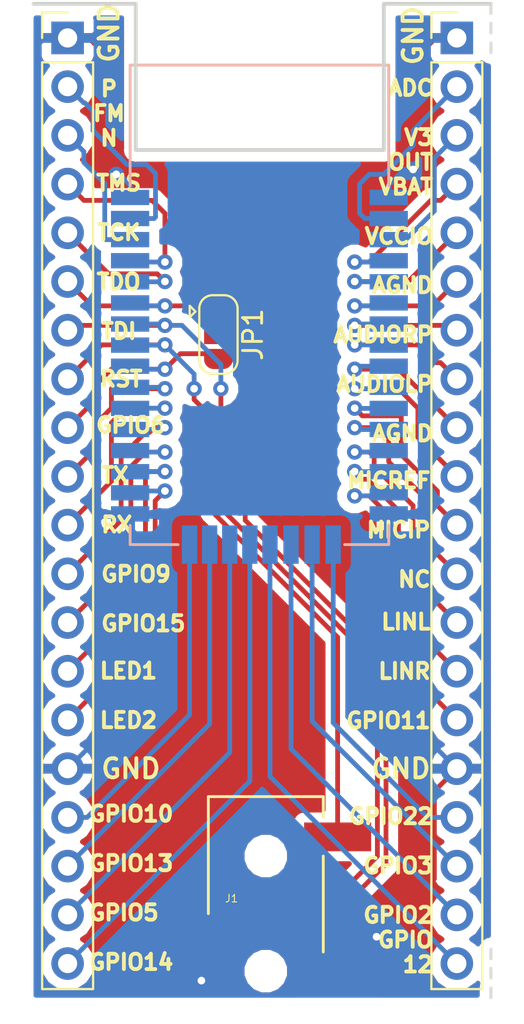
<source format=kicad_pcb>
(kicad_pcb (version 20171130) (host pcbnew 5.0.0-rc2-dev-unknown-ce1bd4c~62~ubuntu16.04.1)

  (general
    (thickness 1.6)
    (drawings 27)
    (tracks 275)
    (zones 0)
    (modules 5)
    (nets 39)
  )

  (page A4)
  (layers
    (0 F.Cu signal)
    (31 B.Cu signal)
    (32 B.Adhes user)
    (33 F.Adhes user)
    (34 B.Paste user)
    (35 F.Paste user)
    (36 B.SilkS user)
    (37 F.SilkS user)
    (38 B.Mask user)
    (39 F.Mask user)
    (40 Dwgs.User user)
    (41 Cmts.User user)
    (42 Eco1.User user)
    (43 Eco2.User user)
    (44 Edge.Cuts user)
    (45 Margin user)
    (46 B.CrtYd user)
    (47 F.CrtYd user)
    (48 B.Fab user)
    (49 F.Fab user)
  )

  (setup
    (last_trace_width 0.25)
    (trace_clearance 0.2)
    (zone_clearance 0.508)
    (zone_45_only no)
    (trace_min 0.2)
    (segment_width 0.2)
    (edge_width 0.15)
    (via_size 0.8)
    (via_drill 0.4)
    (via_min_size 0.4)
    (via_min_drill 0.3)
    (uvia_size 0.3)
    (uvia_drill 0.1)
    (uvias_allowed no)
    (uvia_min_size 0.2)
    (uvia_min_drill 0.1)
    (pcb_text_width 0.3)
    (pcb_text_size 1.5 1.5)
    (mod_edge_width 0.15)
    (mod_text_size 1 1)
    (mod_text_width 0.15)
    (pad_size 1.524 1.524)
    (pad_drill 0.762)
    (pad_to_mask_clearance 0.2)
    (aux_axis_origin 0 0)
    (visible_elements FFFFFF7F)
    (pcbplotparams
      (layerselection 0x010fc_ffffffff)
      (usegerberextensions false)
      (usegerberattributes false)
      (usegerberadvancedattributes false)
      (creategerberjobfile false)
      (excludeedgelayer true)
      (linewidth 0.050000)
      (plotframeref false)
      (viasonmask false)
      (mode 1)
      (useauxorigin false)
      (hpglpennumber 1)
      (hpglpenspeed 20)
      (hpglpendiameter 15)
      (psnegative false)
      (psa4output false)
      (plotreference true)
      (plotvalue true)
      (plotinvisibletext false)
      (padsonsilk false)
      (subtractmaskfromsilk false)
      (outputformat 1)
      (mirror false)
      (drillshape 0)
      (scaleselection 1)
      (outputdirectory /home/nail/tmp/plot/))
  )

  (net 0 "")
  (net 1 "Net-(CON1-Pad20)")
  (net 2 "Net-(CON1-Pad19)")
  (net 3 "Net-(CON1-Pad18)")
  (net 4 "Net-(CON1-Pad17)")
  (net 5 "Net-(CON1-Pad15)")
  (net 6 "Net-(CON1-Pad14)")
  (net 7 "Net-(CON1-Pad13)")
  (net 8 "Net-(CON1-Pad12)")
  (net 9 "Net-(CON1-Pad11)")
  (net 10 "Net-(CON1-Pad10)")
  (net 11 "Net-(CON1-Pad9)")
  (net 12 "Net-(CON1-Pad8)")
  (net 13 "Net-(CON1-Pad7)")
  (net 14 "Net-(CON1-Pad6)")
  (net 15 "Net-(CON1-Pad5)")
  (net 16 "Net-(CON1-Pad4)")
  (net 17 "Net-(CON1-Pad3)")
  (net 18 "Net-(CON1-Pad2)")
  (net 19 "Net-(CON2-Pad2)")
  (net 20 "Net-(CON2-Pad3)")
  (net 21 "Net-(CON2-Pad4)")
  (net 22 "Net-(CON2-Pad5)")
  (net 23 "Net-(CON2-Pad6)")
  (net 24 "Net-(CON2-Pad7)")
  (net 25 "Net-(CON2-Pad8)")
  (net 26 "Net-(CON2-Pad9)")
  (net 27 "Net-(CON2-Pad10)")
  (net 28 "Net-(CON2-Pad11)")
  (net 29 "Net-(CON2-Pad12)")
  (net 30 "Net-(CON2-Pad13)")
  (net 31 "Net-(CON2-Pad14)")
  (net 32 "Net-(CON2-Pad15)")
  (net 33 "Net-(CON2-Pad17)")
  (net 34 "Net-(CON2-Pad18)")
  (net 35 "Net-(CON2-Pad19)")
  (net 36 "Net-(CON2-Pad20)")
  (net 37 "Net-(J1-Pad1)")
  (net 38 GND)

  (net_class Default "This is the default net class."
    (clearance 0.2)
    (trace_width 0.25)
    (via_dia 0.8)
    (via_drill 0.4)
    (uvia_dia 0.3)
    (uvia_drill 0.1)
    (add_net GND)
    (add_net "Net-(CON1-Pad10)")
    (add_net "Net-(CON1-Pad11)")
    (add_net "Net-(CON1-Pad12)")
    (add_net "Net-(CON1-Pad13)")
    (add_net "Net-(CON1-Pad14)")
    (add_net "Net-(CON1-Pad15)")
    (add_net "Net-(CON1-Pad17)")
    (add_net "Net-(CON1-Pad18)")
    (add_net "Net-(CON1-Pad19)")
    (add_net "Net-(CON1-Pad2)")
    (add_net "Net-(CON1-Pad20)")
    (add_net "Net-(CON1-Pad3)")
    (add_net "Net-(CON1-Pad4)")
    (add_net "Net-(CON1-Pad5)")
    (add_net "Net-(CON1-Pad6)")
    (add_net "Net-(CON1-Pad7)")
    (add_net "Net-(CON1-Pad8)")
    (add_net "Net-(CON1-Pad9)")
    (add_net "Net-(CON2-Pad10)")
    (add_net "Net-(CON2-Pad11)")
    (add_net "Net-(CON2-Pad12)")
    (add_net "Net-(CON2-Pad13)")
    (add_net "Net-(CON2-Pad14)")
    (add_net "Net-(CON2-Pad15)")
    (add_net "Net-(CON2-Pad17)")
    (add_net "Net-(CON2-Pad18)")
    (add_net "Net-(CON2-Pad19)")
    (add_net "Net-(CON2-Pad2)")
    (add_net "Net-(CON2-Pad20)")
    (add_net "Net-(CON2-Pad3)")
    (add_net "Net-(CON2-Pad4)")
    (add_net "Net-(CON2-Pad5)")
    (add_net "Net-(CON2-Pad6)")
    (add_net "Net-(CON2-Pad7)")
    (add_net "Net-(CON2-Pad8)")
    (add_net "Net-(CON2-Pad9)")
    (add_net "Net-(J1-Pad1)")
  )

  (module Pin_Headers:Pin_Header_Straight_1x20_Pitch2.54mm (layer F.Cu) (tedit 5A93FC77) (tstamp 5A835088)
    (at 194.818 42.418)
    (descr "Through hole straight pin header, 1x20, 2.54mm pitch, single row")
    (tags "Through hole pin header THT 1x20 2.54mm single row")
    (path /5A847A68)
    (fp_text reference CON1 (at 0 -2.33) (layer F.SilkS) hide
      (effects (font (size 1 1) (thickness 0.15)))
    )
    (fp_text value CONN_20 (at 0 50.59) (layer F.Fab)
      (effects (font (size 1 1) (thickness 0.15)))
    )
    (fp_text user %R (at 0 24.13 90) (layer F.Fab)
      (effects (font (size 1 1) (thickness 0.15)))
    )
    (fp_line (start 1.8 -1.8) (end -1.8 -1.8) (layer F.CrtYd) (width 0.05))
    (fp_line (start 1.8 50.05) (end 1.8 -1.8) (layer F.CrtYd) (width 0.05))
    (fp_line (start -1.8 50.05) (end 1.8 50.05) (layer F.CrtYd) (width 0.05))
    (fp_line (start -1.8 -1.8) (end -1.8 50.05) (layer F.CrtYd) (width 0.05))
    (fp_line (start -1.33 -1.33) (end 0 -1.33) (layer F.SilkS) (width 0.12))
    (fp_line (start -1.33 0) (end -1.33 -1.33) (layer F.SilkS) (width 0.12))
    (fp_line (start -1.33 1.27) (end 1.33 1.27) (layer F.SilkS) (width 0.12))
    (fp_line (start 1.33 1.27) (end 1.33 49.59) (layer F.SilkS) (width 0.12))
    (fp_line (start -1.33 1.27) (end -1.33 49.59) (layer F.SilkS) (width 0.12))
    (fp_line (start -1.33 49.59) (end 1.33 49.59) (layer F.SilkS) (width 0.12))
    (fp_line (start -1.27 -0.635) (end -0.635 -1.27) (layer F.Fab) (width 0.1))
    (fp_line (start -1.27 49.53) (end -1.27 -0.635) (layer F.Fab) (width 0.1))
    (fp_line (start 1.27 49.53) (end -1.27 49.53) (layer F.Fab) (width 0.1))
    (fp_line (start 1.27 -1.27) (end 1.27 49.53) (layer F.Fab) (width 0.1))
    (fp_line (start -0.635 -1.27) (end 1.27 -1.27) (layer F.Fab) (width 0.1))
    (pad 20 thru_hole oval (at 0 48.26) (size 1.7 1.7) (drill 1) (layers *.Cu *.Mask)
      (net 1 "Net-(CON1-Pad20)"))
    (pad 19 thru_hole oval (at 0 45.72) (size 1.7 1.7) (drill 1) (layers *.Cu *.Mask)
      (net 2 "Net-(CON1-Pad19)"))
    (pad 18 thru_hole oval (at 0 43.18) (size 1.7 1.7) (drill 1) (layers *.Cu *.Mask)
      (net 3 "Net-(CON1-Pad18)"))
    (pad 17 thru_hole oval (at 0 40.64) (size 1.7 1.7) (drill 1) (layers *.Cu *.Mask)
      (net 4 "Net-(CON1-Pad17)"))
    (pad 16 thru_hole oval (at 0 38.1) (size 1.7 1.7) (drill 1) (layers *.Cu *.Mask)
      (net 38 GND))
    (pad 15 thru_hole oval (at 0 35.56) (size 1.7 1.7) (drill 1) (layers *.Cu *.Mask)
      (net 5 "Net-(CON1-Pad15)"))
    (pad 14 thru_hole oval (at 0 33.02) (size 1.7 1.7) (drill 1) (layers *.Cu *.Mask)
      (net 6 "Net-(CON1-Pad14)"))
    (pad 13 thru_hole oval (at 0 30.48) (size 1.7 1.7) (drill 1) (layers *.Cu *.Mask)
      (net 7 "Net-(CON1-Pad13)"))
    (pad 12 thru_hole oval (at 0 27.94) (size 1.7 1.7) (drill 1) (layers *.Cu *.Mask)
      (net 8 "Net-(CON1-Pad12)"))
    (pad 11 thru_hole oval (at 0 25.4) (size 1.7 1.7) (drill 1) (layers *.Cu *.Mask)
      (net 9 "Net-(CON1-Pad11)"))
    (pad 10 thru_hole oval (at 0 22.86) (size 1.7 1.7) (drill 1) (layers *.Cu *.Mask)
      (net 10 "Net-(CON1-Pad10)"))
    (pad 9 thru_hole oval (at 0 20.32) (size 1.7 1.7) (drill 1) (layers *.Cu *.Mask)
      (net 11 "Net-(CON1-Pad9)"))
    (pad 8 thru_hole oval (at 0 17.78) (size 1.7 1.7) (drill 1) (layers *.Cu *.Mask)
      (net 12 "Net-(CON1-Pad8)"))
    (pad 7 thru_hole oval (at 0 15.24) (size 1.7 1.7) (drill 1) (layers *.Cu *.Mask)
      (net 13 "Net-(CON1-Pad7)"))
    (pad 6 thru_hole oval (at 0 12.7) (size 1.7 1.7) (drill 1) (layers *.Cu *.Mask)
      (net 14 "Net-(CON1-Pad6)"))
    (pad 5 thru_hole oval (at 0 10.16) (size 1.7 1.7) (drill 1) (layers *.Cu *.Mask)
      (net 15 "Net-(CON1-Pad5)"))
    (pad 4 thru_hole oval (at 0 7.62) (size 1.7 1.7) (drill 1) (layers *.Cu *.Mask)
      (net 16 "Net-(CON1-Pad4)"))
    (pad 3 thru_hole oval (at 0 5.08) (size 1.7 1.7) (drill 1) (layers *.Cu *.Mask)
      (net 17 "Net-(CON1-Pad3)"))
    (pad 2 thru_hole oval (at 0 2.54) (size 1.7 1.7) (drill 1) (layers *.Cu *.Mask)
      (net 18 "Net-(CON1-Pad2)"))
    (pad 1 thru_hole rect (at 0 0) (size 1.7 1.7) (drill 1) (layers *.Cu *.Mask)
      (net 38 GND))
    (model ${KISYS3DMOD}/Pin_Headers.3dshapes/Pin_Header_Straight_1x20_Pitch2.54mm.wrl
      (at (xyz 0 0 0))
      (scale (xyz 1 1 1))
      (rotate (xyz 0 0 0))
    )
  )

  (module Pin_Headers:Pin_Header_Straight_1x20_Pitch2.54mm (layer F.Cu) (tedit 5A93FC74) (tstamp 5A8350B0)
    (at 174.498 42.418)
    (descr "Through hole straight pin header, 1x20, 2.54mm pitch, single row")
    (tags "Through hole pin header THT 1x20 2.54mm single row")
    (path /5A84AD5B)
    (fp_text reference CON2 (at 0 -2.33) (layer F.SilkS) hide
      (effects (font (size 1 1) (thickness 0.15)))
    )
    (fp_text value CONN_20 (at 0 50.59) (layer F.Fab)
      (effects (font (size 1 1) (thickness 0.15)))
    )
    (fp_line (start -0.635 -1.27) (end 1.27 -1.27) (layer F.Fab) (width 0.1))
    (fp_line (start 1.27 -1.27) (end 1.27 49.53) (layer F.Fab) (width 0.1))
    (fp_line (start 1.27 49.53) (end -1.27 49.53) (layer F.Fab) (width 0.1))
    (fp_line (start -1.27 49.53) (end -1.27 -0.635) (layer F.Fab) (width 0.1))
    (fp_line (start -1.27 -0.635) (end -0.635 -1.27) (layer F.Fab) (width 0.1))
    (fp_line (start -1.33 49.59) (end 1.33 49.59) (layer F.SilkS) (width 0.12))
    (fp_line (start -1.33 1.27) (end -1.33 49.59) (layer F.SilkS) (width 0.12))
    (fp_line (start 1.33 1.27) (end 1.33 49.59) (layer F.SilkS) (width 0.12))
    (fp_line (start -1.33 1.27) (end 1.33 1.27) (layer F.SilkS) (width 0.12))
    (fp_line (start -1.33 0) (end -1.33 -1.33) (layer F.SilkS) (width 0.12))
    (fp_line (start -1.33 -1.33) (end 0 -1.33) (layer F.SilkS) (width 0.12))
    (fp_line (start -1.8 -1.8) (end -1.8 50.05) (layer F.CrtYd) (width 0.05))
    (fp_line (start -1.8 50.05) (end 1.8 50.05) (layer F.CrtYd) (width 0.05))
    (fp_line (start 1.8 50.05) (end 1.8 -1.8) (layer F.CrtYd) (width 0.05))
    (fp_line (start 1.8 -1.8) (end -1.8 -1.8) (layer F.CrtYd) (width 0.05))
    (fp_text user %R (at 0 24.13 90) (layer F.Fab)
      (effects (font (size 1 1) (thickness 0.15)))
    )
    (pad 1 thru_hole rect (at 0 0) (size 1.7 1.7) (drill 1) (layers *.Cu *.Mask)
      (net 38 GND))
    (pad 2 thru_hole oval (at 0 2.54) (size 1.7 1.7) (drill 1) (layers *.Cu *.Mask)
      (net 19 "Net-(CON2-Pad2)"))
    (pad 3 thru_hole oval (at 0 5.08) (size 1.7 1.7) (drill 1) (layers *.Cu *.Mask)
      (net 20 "Net-(CON2-Pad3)"))
    (pad 4 thru_hole oval (at 0 7.62) (size 1.7 1.7) (drill 1) (layers *.Cu *.Mask)
      (net 21 "Net-(CON2-Pad4)"))
    (pad 5 thru_hole oval (at 0 10.16) (size 1.7 1.7) (drill 1) (layers *.Cu *.Mask)
      (net 22 "Net-(CON2-Pad5)"))
    (pad 6 thru_hole oval (at 0 12.7) (size 1.7 1.7) (drill 1) (layers *.Cu *.Mask)
      (net 23 "Net-(CON2-Pad6)"))
    (pad 7 thru_hole oval (at 0 15.24) (size 1.7 1.7) (drill 1) (layers *.Cu *.Mask)
      (net 24 "Net-(CON2-Pad7)"))
    (pad 8 thru_hole oval (at 0 17.78) (size 1.7 1.7) (drill 1) (layers *.Cu *.Mask)
      (net 25 "Net-(CON2-Pad8)"))
    (pad 9 thru_hole oval (at 0 20.32) (size 1.7 1.7) (drill 1) (layers *.Cu *.Mask)
      (net 26 "Net-(CON2-Pad9)"))
    (pad 10 thru_hole oval (at 0 22.86) (size 1.7 1.7) (drill 1) (layers *.Cu *.Mask)
      (net 27 "Net-(CON2-Pad10)"))
    (pad 11 thru_hole oval (at 0 25.4) (size 1.7 1.7) (drill 1) (layers *.Cu *.Mask)
      (net 28 "Net-(CON2-Pad11)"))
    (pad 12 thru_hole oval (at 0 27.94) (size 1.7 1.7) (drill 1) (layers *.Cu *.Mask)
      (net 29 "Net-(CON2-Pad12)"))
    (pad 13 thru_hole oval (at 0 30.48) (size 1.7 1.7) (drill 1) (layers *.Cu *.Mask)
      (net 30 "Net-(CON2-Pad13)"))
    (pad 14 thru_hole oval (at 0 33.02) (size 1.7 1.7) (drill 1) (layers *.Cu *.Mask)
      (net 31 "Net-(CON2-Pad14)"))
    (pad 15 thru_hole oval (at 0 35.56) (size 1.7 1.7) (drill 1) (layers *.Cu *.Mask)
      (net 32 "Net-(CON2-Pad15)"))
    (pad 16 thru_hole oval (at 0 38.1) (size 1.7 1.7) (drill 1) (layers *.Cu *.Mask)
      (net 38 GND))
    (pad 17 thru_hole oval (at 0 40.64) (size 1.7 1.7) (drill 1) (layers *.Cu *.Mask)
      (net 33 "Net-(CON2-Pad17)"))
    (pad 18 thru_hole oval (at 0 43.18) (size 1.7 1.7) (drill 1) (layers *.Cu *.Mask)
      (net 34 "Net-(CON2-Pad18)"))
    (pad 19 thru_hole oval (at 0 45.72) (size 1.7 1.7) (drill 1) (layers *.Cu *.Mask)
      (net 35 "Net-(CON2-Pad19)"))
    (pad 20 thru_hole oval (at 0 48.26) (size 1.7 1.7) (drill 1) (layers *.Cu *.Mask)
      (net 36 "Net-(CON2-Pad20)"))
    (model ${KISYS3DMOD}/Pin_Headers.3dshapes/Pin_Header_Straight_1x20_Pitch2.54mm.wrl
      (at (xyz 0 0 0))
      (scale (xyz 1 1 1))
      (rotate (xyz 0 0 0))
    )
  )

  (module jacks:3.5mm_stereo_jack_PJ320B_no_up_silkscreen (layer F.Cu) (tedit 56E198F1) (tstamp 5A93E4A7)
    (at 184.845 91.074 180)
    (path /5A85FD91)
    (fp_text reference J1 (at 1.79 3.79 180) (layer F.SilkS)
      (effects (font (size 0.39878 0.39878) (thickness 0.0508)))
    )
    (fp_text value Jack_3.5mm_5pin (at 0.14 3.88 270) (layer F.SilkS) hide
      (effects (font (size 1.524 1.524) (thickness 0.3048)))
    )
    (fp_line (start -3 1) (end -3 6) (layer F.SilkS) (width 0.15))
    (fp_line (start -3 9.1) (end -3 8) (layer F.SilkS) (width 0.15))
    (fp_line (start 3 9.1) (end -3 9.1) (layer F.SilkS) (width 0.15))
    (fp_line (start 3 3) (end 3 9.1) (layer F.SilkS) (width 0.15))
    (pad "" np_thru_hole circle (at 0 0 180) (size 1.2 1.2) (drill 1.2) (layers *.Cu *.Mask F.SilkS))
    (pad 1 smd rect (at -3.75 0 180) (size 3.5 1.5) (layers F.Cu F.Paste F.Mask)
      (net 37 "Net-(J1-Pad1)"))
    (pad 2 smd rect (at 3.75 2 180) (size 3.5 1.5) (layers F.Cu F.Paste F.Mask)
      (net 24 "Net-(CON2-Pad7)"))
    (pad 5 smd rect (at -3.75 7 180) (size 3.5 1.5) (layers F.Cu F.Paste F.Mask)
      (net 25 "Net-(CON2-Pad8)"))
    (pad "" np_thru_hole circle (at 0 6 180) (size 1.2 1.2) (drill 1.2) (layers *.Cu *.Mask F.SilkS))
  )

  (module Jumper:SolderJumper-3_P1.3mm_Open_RoundedPad1.0x1.5mm (layer F.Cu) (tedit 5A3F8C1A) (tstamp 5A8350D5)
    (at 182.372 57.882 270)
    (descr "SMD Solder 3-pad Jumper, 1x1.5mm rounded Pads, 0.3mm gap, open")
    (tags "solder jumper open")
    (path /5A858E5B)
    (attr virtual)
    (fp_text reference JP1 (at 0 -1.8 270) (layer F.SilkS)
      (effects (font (size 1 1) (thickness 0.15)))
    )
    (fp_text value JUMPER3 (at 0 1.9 270) (layer F.Fab)
      (effects (font (size 1 1) (thickness 0.15)))
    )
    (fp_line (start -1.2 1.2) (end -0.9 1.5) (layer F.SilkS) (width 0.12))
    (fp_line (start -1.5 1.5) (end -0.9 1.5) (layer F.SilkS) (width 0.12))
    (fp_line (start -1.2 1.2) (end -1.5 1.5) (layer F.SilkS) (width 0.12))
    (fp_line (start -2.05 0.3) (end -2.05 -0.3) (layer F.SilkS) (width 0.12))
    (fp_line (start 1.4 1) (end -1.4 1) (layer F.SilkS) (width 0.12))
    (fp_line (start 2.05 -0.3) (end 2.05 0.3) (layer F.SilkS) (width 0.12))
    (fp_line (start -1.4 -1) (end 1.4 -1) (layer F.SilkS) (width 0.12))
    (fp_line (start -2.3 -1.25) (end 2.3 -1.25) (layer F.CrtYd) (width 0.05))
    (fp_line (start -2.3 -1.25) (end -2.3 1.25) (layer F.CrtYd) (width 0.05))
    (fp_line (start 2.3 1.25) (end 2.3 -1.25) (layer F.CrtYd) (width 0.05))
    (fp_line (start 2.3 1.25) (end -2.3 1.25) (layer F.CrtYd) (width 0.05))
    (fp_arc (start 1.35 -0.3) (end 2.05 -0.3) (angle -90) (layer F.SilkS) (width 0.12))
    (fp_arc (start 1.35 0.3) (end 1.35 1) (angle -90) (layer F.SilkS) (width 0.12))
    (fp_arc (start -1.35 0.3) (end -2.05 0.3) (angle -90) (layer F.SilkS) (width 0.12))
    (fp_arc (start -1.35 -0.3) (end -1.35 -1) (angle -90) (layer F.SilkS) (width 0.12))
    (pad 1 smd roundrect (at -1.3 0 270) (size 1 1.5) (layers F.Cu F.Mask)(roundrect_rratio 0.5)
      (net 23 "Net-(CON2-Pad6)"))
    (pad 1 smd rect (at -1 0 270) (size 0.5 1.5) (layers F.Cu F.Mask)
      (net 23 "Net-(CON2-Pad6)"))
    (pad 2 smd rect (at 0 0 270) (size 1 1.5) (layers F.Cu F.Mask)
      (net 37 "Net-(J1-Pad1)"))
    (pad 3 smd roundrect (at 1.3 0 270) (size 1 1.5) (layers F.Cu F.Mask)(roundrect_rratio 0.5)
      (net 26 "Net-(CON2-Pad9)"))
    (pad 3 smd rect (at 1 0 270) (size 0.5 1.5) (layers F.Cu F.Mask)
      (net 26 "Net-(CON2-Pad9)"))
  )

  (module modules:F-6888 (layer B.Cu) (tedit 59B2744F) (tstamp 5A93FE08)
    (at 191.262 68.834 180)
    (path /5A8480CC)
    (fp_text reference U1 (at 6.95 2.25 180) (layer B.SilkS) hide
      (effects (font (size 1 1) (thickness 0.15)) (justify mirror))
    )
    (fp_text value F-6888 (at 6.8 4.35 180) (layer B.Fab) hide
      (effects (font (size 1 1) (thickness 0.15)) (justify mirror))
    )
    (fp_line (start 0 0) (end 0 1) (layer B.SilkS) (width 0.15))
    (fp_line (start 0 0) (end 2.3 0) (layer B.SilkS) (width 0.15))
    (fp_line (start 11 0) (end 13.5 0) (layer B.SilkS) (width 0.15))
    (fp_line (start 13.5 0) (end 13.5 1) (layer B.SilkS) (width 0.15))
    (fp_line (start 13.5 18.7) (end 13.5 25) (layer B.SilkS) (width 0.15))
    (fp_line (start 13.5 25) (end 0 25) (layer B.SilkS) (width 0.15))
    (fp_line (start 0 25) (end 0 18.7) (layer B.SilkS) (width 0.15))
    (pad 15 smd rect (at 0 2.7 180) (size 2 0.8) (layers B.Cu B.Paste B.Mask)
      (net 5 "Net-(CON1-Pad15)"))
    (pad 14 smd rect (at 0 3.8 180) (size 2 0.8) (layers B.Cu B.Paste B.Mask)
      (net 6 "Net-(CON1-Pad14)"))
    (pad 13 smd rect (at 0 4.9 180) (size 2 0.8) (layers B.Cu B.Paste B.Mask)
      (net 7 "Net-(CON1-Pad13)"))
    (pad 12 smd rect (at 0 6 180) (size 2 0.8) (layers B.Cu B.Paste B.Mask)
      (net 8 "Net-(CON1-Pad12)"))
    (pad 11 smd rect (at 0 7.1 180) (size 2 0.8) (layers B.Cu B.Paste B.Mask)
      (net 9 "Net-(CON1-Pad11)"))
    (pad 10 smd rect (at 0 8.2 180) (size 2 0.8) (layers B.Cu B.Paste B.Mask)
      (net 10 "Net-(CON1-Pad10)"))
    (pad 9 smd rect (at 0 9.3 180) (size 2 0.8) (layers B.Cu B.Paste B.Mask)
      (net 11 "Net-(CON1-Pad9)"))
    (pad 5 smd rect (at 0 13.7 180) (size 2 0.8) (layers B.Cu B.Paste B.Mask)
      (net 15 "Net-(CON1-Pad5)"))
    (pad 3 smd rect (at 0 15.9 180) (size 2 0.8) (layers B.Cu B.Paste B.Mask)
      (net 17 "Net-(CON1-Pad3)"))
    (pad 6 smd rect (at 0 12.6 180) (size 2 0.8) (layers B.Cu B.Paste B.Mask)
      (net 14 "Net-(CON1-Pad6)"))
    (pad 8 smd rect (at 0 10.4 180) (size 2 0.8) (layers B.Cu B.Paste B.Mask)
      (net 12 "Net-(CON1-Pad8)"))
    (pad 7 smd rect (at 0 11.5 180) (size 2 0.8) (layers B.Cu B.Paste B.Mask)
      (net 13 "Net-(CON1-Pad7)"))
    (pad 2 smd rect (at 0 17 180) (size 2 0.8) (layers B.Cu B.Paste B.Mask)
      (net 18 "Net-(CON1-Pad2)"))
    (pad 16 smd rect (at 0 1.6 180) (size 2 0.8) (layers B.Cu B.Paste B.Mask)
      (net 38 GND))
    (pad 1 smd rect (at 0 18.1 180) (size 2 0.8) (layers B.Cu B.Paste B.Mask)
      (net 38 GND))
    (pad 4 smd rect (at 0 14.8 180) (size 2 0.8) (layers B.Cu B.Paste B.Mask)
      (net 16 "Net-(CON1-Pad4)"))
    (pad 36 smd rect (at 13.5 13.7 180) (size 2 0.8) (layers B.Cu B.Paste B.Mask)
      (net 22 "Net-(CON2-Pad5)"))
    (pad 26 smd rect (at 13.5 2.7 180) (size 2 0.8) (layers B.Cu B.Paste B.Mask)
      (net 32 "Net-(CON2-Pad15)"))
    (pad 32 smd rect (at 13.5 9.3 180) (size 2 0.8) (layers B.Cu B.Paste B.Mask)
      (net 26 "Net-(CON2-Pad9)"))
    (pad 31 smd rect (at 13.5 8.2 180) (size 2 0.8) (layers B.Cu B.Paste B.Mask)
      (net 27 "Net-(CON2-Pad10)"))
    (pad 38 smd rect (at 13.5 15.9 180) (size 2 0.8) (layers B.Cu B.Paste B.Mask)
      (net 20 "Net-(CON2-Pad3)"))
    (pad 34 smd rect (at 13.5 11.5 180) (size 2 0.8) (layers B.Cu B.Paste B.Mask)
      (net 24 "Net-(CON2-Pad7)"))
    (pad 25 smd rect (at 13.5 1.6 180) (size 2 0.8) (layers B.Cu B.Paste B.Mask)
      (net 38 GND))
    (pad 39 smd rect (at 13.5 17 180) (size 2 0.8) (layers B.Cu B.Paste B.Mask)
      (net 19 "Net-(CON2-Pad2)"))
    (pad 33 smd rect (at 13.5 10.4 180) (size 2 0.8) (layers B.Cu B.Paste B.Mask)
      (net 25 "Net-(CON2-Pad8)"))
    (pad 29 smd rect (at 13.5 6 180) (size 2 0.8) (layers B.Cu B.Paste B.Mask)
      (net 29 "Net-(CON2-Pad12)"))
    (pad 27 smd rect (at 13.5 3.8 180) (size 2 0.8) (layers B.Cu B.Paste B.Mask)
      (net 31 "Net-(CON2-Pad14)"))
    (pad 28 smd rect (at 13.5 4.9 180) (size 2 0.8) (layers B.Cu B.Paste B.Mask)
      (net 30 "Net-(CON2-Pad13)"))
    (pad 35 smd rect (at 13.5 12.6 180) (size 2 0.8) (layers B.Cu B.Paste B.Mask)
      (net 23 "Net-(CON2-Pad6)"))
    (pad 37 smd rect (at 13.5 14.8 180) (size 2 0.8) (layers B.Cu B.Paste B.Mask)
      (net 21 "Net-(CON2-Pad4)"))
    (pad 40 smd rect (at 13.5 18.1 180) (size 2 0.8) (layers B.Cu B.Paste B.Mask)
      (net 38 GND))
    (pad 30 smd rect (at 13.5 7.1 180) (size 2 0.8) (layers B.Cu B.Paste B.Mask)
      (net 28 "Net-(CON2-Pad11)"))
    (pad 17 smd rect (at 2.9 0 180) (size 0.8 2) (layers B.Cu B.Paste B.Mask)
      (net 4 "Net-(CON1-Pad17)"))
    (pad 18 smd rect (at 4 0 180) (size 0.8 2) (layers B.Cu B.Paste B.Mask)
      (net 3 "Net-(CON1-Pad18)"))
    (pad 19 smd rect (at 5.1 0 180) (size 0.8 2) (layers B.Cu B.Paste B.Mask)
      (net 2 "Net-(CON1-Pad19)"))
    (pad 20 smd rect (at 6.2 0 180) (size 0.8 2) (layers B.Cu B.Paste B.Mask)
      (net 1 "Net-(CON1-Pad20)"))
    (pad 24 smd rect (at 10.399996 0 180) (size 0.8 2) (layers B.Cu B.Paste B.Mask)
      (net 33 "Net-(CON2-Pad17)"))
    (pad 23 smd rect (at 9.35 0 180) (size 0.8 2) (layers B.Cu B.Paste B.Mask)
      (net 34 "Net-(CON2-Pad18)"))
    (pad 21 smd rect (at 7.25 0 180) (size 0.8 2) (layers B.Cu B.Paste B.Mask)
      (net 36 "Net-(CON2-Pad20)"))
    (pad 22 smd rect (at 8.3 0 180) (size 0.8 2) (layers B.Cu B.Paste B.Mask)
      (net 35 "Net-(CON2-Pad19)"))
  )

  (gr_line (start 196.596 90.424) (end 196.596 89.916) (layer Edge.Cuts) (width 0.15))
  (gr_line (start 196.596 91.44) (end 196.596 90.932) (layer Edge.Cuts) (width 0.15))
  (gr_line (start 196.596 92.456) (end 196.596 91.948) (layer Edge.Cuts) (width 0.15))
  (gr_line (start 196.596 42.672) (end 196.596 43.18) (layer Edge.Cuts) (width 0.15))
  (gr_line (start 196.596 41.656) (end 196.596 42.164) (layer Edge.Cuts) (width 0.15))
  (gr_line (start 196.596 40.64) (end 196.596 41.148) (layer Edge.Cuts) (width 0.15))
  (gr_text "GPIO22\n\nGPIO3\n\nGPIO2\nGPIO\n12" (at 193.675 86.868) (layer F.SilkS)
    (effects (font (size 0.8 0.8) (thickness 0.2)) (justify right))
  )
  (gr_text "LINL\n\nLINR\n\nGPIO11" (at 193.548 75.438) (layer F.SilkS)
    (effects (font (size 0.8 0.8) (thickness 0.2)) (justify right))
  )
  (gr_text "MICREF\n\nMICIP\n\nNC" (at 193.548 68.072) (layer F.SilkS)
    (effects (font (size 0.8 0.8) (thickness 0.2)) (justify right))
  )
  (gr_text "AGND\n\nAUDIORP\n\nAUDIOLP\n\nAGND" (at 193.675 59.182) (layer F.SilkS)
    (effects (font (size 0.8 0.8) (thickness 0.2)) (justify right))
  )
  (gr_text "ADC\n\nV3\nOUT\nVBAT\n\nVCCIO" (at 193.675 48.895) (layer F.SilkS)
    (effects (font (size 0.8 0.8) (thickness 0.2)) (justify right))
  )
  (gr_text "GPIO10\n\nGPIO13\n\nGPIO5\n\nGPIO14" (at 175.514 86.741) (layer F.SilkS)
    (effects (font (size 0.8 0.8) (thickness 0.2)) (justify left))
  )
  (gr_text "LED1\n\nLED2" (at 177.673 76.708) (layer F.SilkS)
    (effects (font (size 0.8 0.8) (thickness 0.2)))
  )
  (gr_text "TX\n\nRX\n\nGPIO9\n\nGPIO15" (at 176.149 69.088) (layer F.SilkS)
    (effects (font (size 0.8 0.8) (thickness 0.2)) (justify left))
  )
  (gr_text "TMS\n\nTCK\n\nTDO\n\nTDI" (at 177.165 53.848) (layer F.SilkS)
    (effects (font (size 0.8 0.8) (thickness 0.2)))
  )
  (gr_text "P\nFM\nN" (at 176.657 46.355) (layer F.SilkS)
    (effects (font (size 0.8 0.8) (thickness 0.2)))
  )
  (gr_text GPIO6 (at 177.8 62.611) (layer F.SilkS)
    (effects (font (size 0.8 0.8) (thickness 0.2)))
  )
  (gr_text RST (at 177.292 60.198) (layer F.SilkS)
    (effects (font (size 0.8 0.8) (thickness 0.2)))
  )
  (gr_text GND (at 191.897 80.518) (layer F.SilkS) (tstamp 5A93FCCA)
    (effects (font (size 1 1) (thickness 0.2)))
  )
  (gr_text GND (at 177.8 80.518) (layer F.SilkS) (tstamp 5A93FCC8)
    (effects (font (size 1 1) (thickness 0.2)))
  )
  (gr_text GND (at 192.532 42.291 90) (layer F.SilkS) (tstamp 5A93FCC6)
    (effects (font (size 1 1) (thickness 0.2)))
  )
  (gr_text GND (at 176.657 42.164 90) (layer F.SilkS)
    (effects (font (size 1 1) (thickness 0.2)))
  )
  (gr_line (start 191.008 40.64) (end 196.596 40.64) (layer Edge.Cuts) (width 0.2))
  (gr_line (start 178.054 40.64) (end 172.72 40.64) (layer Edge.Cuts) (width 0.2))
  (gr_line (start 191.008 48.26) (end 191.008 40.64) (layer Edge.Cuts) (width 0.2))
  (gr_line (start 178.054 48.26) (end 191.008 48.26) (layer Edge.Cuts) (width 0.2))
  (gr_line (start 178.054 40.64) (end 178.054 48.26) (layer Edge.Cuts) (width 0.2))

  (segment (start 185.062 68.834) (end 185.062 80.922) (width 0.25) (layer B.Cu) (net 1))
  (segment (start 185.062 80.922) (end 194.818 90.678) (width 0.25) (layer B.Cu) (net 1))
  (segment (start 186.162 68.834) (end 186.162 79.482) (width 0.25) (layer B.Cu) (net 2))
  (segment (start 186.162 79.482) (end 194.818 88.138) (width 0.25) (layer B.Cu) (net 2))
  (segment (start 187.262 68.834) (end 187.262 78.042) (width 0.25) (layer B.Cu) (net 3))
  (segment (start 187.262 78.042) (end 194.818 85.598) (width 0.25) (layer B.Cu) (net 3))
  (segment (start 188.362 68.834) (end 188.362 78.126) (width 0.25) (layer B.Cu) (net 4))
  (segment (start 188.362 78.126) (end 193.294 83.058) (width 0.25) (layer B.Cu) (net 4))
  (segment (start 193.294 83.058) (end 194.818 83.058) (width 0.25) (layer B.Cu) (net 4))
  (segment (start 194.818 44.958) (end 192.532 47.244) (width 0.25) (layer B.Cu) (net 18))
  (segment (start 192.532 48.006) (end 192.532 47.244) (width 0.25) (layer B.Cu) (net 18))
  (segment (start 191.008 49.53) (end 192.532 48.006) (width 0.25) (layer B.Cu) (net 18))
  (segment (start 190.246 49.53) (end 189.738 50.038) (width 0.25) (layer B.Cu) (net 18))
  (segment (start 190.246 49.53) (end 191.008 49.53) (width 0.25) (layer B.Cu) (net 18))
  (segment (start 189.738 50.038) (end 189.738 51.56) (width 0.25) (layer B.Cu) (net 18))
  (segment (start 190.012 51.834) (end 191.262 51.834) (width 0.25) (layer B.Cu) (net 18))
  (segment (start 189.738 51.56) (end 190.012 51.834) (width 0.25) (layer B.Cu) (net 18))
  (segment (start 177.762 51.834) (end 179.012 51.834) (width 0.25) (layer B.Cu) (net 19))
  (segment (start 179.012 51.834) (end 179.087001 51.758999) (width 0.25) (layer B.Cu) (net 19))
  (segment (start 177.603002 49.022) (end 175.825002 47.244) (width 0.25) (layer B.Cu) (net 19))
  (segment (start 179.087001 51.758999) (end 179.087001 49.489999) (width 0.25) (layer B.Cu) (net 19))
  (segment (start 175.825002 47.244) (end 175.825002 46.228) (width 0.25) (layer B.Cu) (net 19))
  (segment (start 179.087001 49.489999) (end 178.619002 49.022) (width 0.25) (layer B.Cu) (net 19))
  (segment (start 175.825002 46.228) (end 175.405001 45.807999) (width 0.25) (layer B.Cu) (net 19))
  (segment (start 178.619002 49.022) (end 177.603002 49.022) (width 0.25) (layer B.Cu) (net 19))
  (segment (start 175.405001 45.807999) (end 175.347999 45.807999) (width 0.25) (layer B.Cu) (net 19))
  (segment (start 175.347999 45.807999) (end 174.498 44.958) (width 0.25) (layer B.Cu) (net 19))
  (segment (start 175.347999 48.913001) (end 176.436999 50.002001) (width 0.25) (layer B.Cu) (net 20))
  (segment (start 174.498 47.498) (end 175.347999 48.347999) (width 0.25) (layer B.Cu) (net 20))
  (segment (start 176.436999 50.002001) (end 176.436999 52.858999) (width 0.25) (layer B.Cu) (net 20))
  (segment (start 176.512 52.934) (end 177.762 52.934) (width 0.25) (layer B.Cu) (net 20))
  (segment (start 175.347999 48.347999) (end 175.347999 48.913001) (width 0.25) (layer B.Cu) (net 20))
  (segment (start 176.436999 52.858999) (end 176.512 52.934) (width 0.25) (layer B.Cu) (net 20))
  (segment (start 181.095 89.074) (end 186.680002 89.074) (width 0.25) (layer F.Cu) (net 24))
  (segment (start 186.680002 89.074) (end 190.670001 85.084001) (width 0.25) (layer F.Cu) (net 24))
  (segment (start 190.670001 85.084001) (end 190.670001 75.102821) (width 0.25) (layer F.Cu) (net 24))
  (segment (start 190.670001 75.102821) (end 182.499 66.93182) (width 0.25) (layer F.Cu) (net 24))
  (segment (start 182.499 66.93182) (end 182.499 61.271685) (width 0.25) (layer F.Cu) (net 24))
  (segment (start 182.499 61.271685) (end 182.499 60.706) (width 0.25) (layer F.Cu) (net 24))
  (segment (start 182.499 59.436) (end 180.467 57.404) (width 0.25) (layer B.Cu) (net 24))
  (segment (start 180.467 57.404) (end 179.578 57.404) (width 0.25) (layer B.Cu) (net 24))
  (segment (start 182.499 60.706) (end 182.499 59.436) (width 0.25) (layer B.Cu) (net 24))
  (via (at 182.499 60.706) (size 0.8) (drill 0.4) (layers F.Cu B.Cu) (net 24))
  (segment (start 182.048991 67.118221) (end 188.595 73.66423) (width 0.25) (layer F.Cu) (net 25))
  (segment (start 188.595 73.66423) (end 188.595 84.074) (width 0.25) (layer F.Cu) (net 25))
  (segment (start 181.102 61.271685) (end 182.04899 62.218675) (width 0.25) (layer F.Cu) (net 25))
  (segment (start 182.04899 62.218675) (end 182.048991 67.118221) (width 0.25) (layer F.Cu) (net 25))
  (segment (start 181.102 61.271685) (end 181.102 60.706) (width 0.25) (layer F.Cu) (net 25))
  (segment (start 180.862004 68.834) (end 180.862004 77.709996) (width 0.25) (layer B.Cu) (net 33))
  (segment (start 180.862004 77.709996) (end 175.514 83.058) (width 0.25) (layer B.Cu) (net 33))
  (segment (start 175.514 83.058) (end 174.498 83.058) (width 0.25) (layer B.Cu) (net 33))
  (segment (start 181.912 68.834) (end 181.912 78.184) (width 0.25) (layer B.Cu) (net 34))
  (segment (start 181.912 78.184) (end 174.498 85.598) (width 0.25) (layer B.Cu) (net 34))
  (segment (start 182.962 68.834) (end 182.962 79.674) (width 0.25) (layer B.Cu) (net 35))
  (segment (start 182.962 79.674) (end 174.498 88.138) (width 0.25) (layer B.Cu) (net 35))
  (segment (start 184.012 68.834) (end 184.012 81.164) (width 0.25) (layer B.Cu) (net 36))
  (segment (start 184.012 81.164) (end 174.498 90.678) (width 0.25) (layer B.Cu) (net 36))
  (segment (start 183.769 57.882) (end 182.372 57.882) (width 0.25) (layer F.Cu) (net 37))
  (segment (start 183.769 67.56541) (end 183.769 57.882) (width 0.25) (layer F.Cu) (net 37))
  (segment (start 188.595 91.074) (end 188.595 88.01241) (width 0.25) (layer F.Cu) (net 37))
  (segment (start 188.595 88.01241) (end 191.120011 85.487399) (width 0.25) (layer F.Cu) (net 37))
  (segment (start 191.120011 85.487399) (end 191.120011 74.916421) (width 0.25) (layer F.Cu) (net 37))
  (segment (start 191.120011 74.916421) (end 183.769 67.56541) (width 0.25) (layer F.Cu) (net 37))
  (segment (start 190.627 89.281) (end 183.769 89.281) (width 0.25) (layer B.Cu) (net 38))
  (segment (start 183.769 89.281) (end 181.483 91.567) (width 0.25) (layer B.Cu) (net 38))
  (via (at 181.483 91.567) (size 0.8) (drill 0.4) (layers F.Cu B.Cu) (net 38))
  (segment (start 194.818 80.518) (end 193.642999 81.693001) (width 0.25) (layer F.Cu) (net 38))
  (segment (start 193.642999 86.265001) (end 190.627 89.281) (width 0.25) (layer F.Cu) (net 38))
  (segment (start 193.642999 81.693001) (end 193.642999 86.265001) (width 0.25) (layer F.Cu) (net 38))
  (via (at 190.627 89.281) (size 0.8) (drill 0.4) (layers F.Cu B.Cu) (net 38))
  (segment (start 177.762 67.234) (end 177.762 75.692) (width 0.25) (layer B.Cu) (net 38))
  (segment (start 176.022 78.994) (end 176.022 77.432) (width 0.25) (layer B.Cu) (net 38))
  (segment (start 176.022 77.432) (end 177.762 75.692) (width 0.25) (layer B.Cu) (net 38))
  (segment (start 174.498 80.518) (end 176.022 78.994) (width 0.25) (layer B.Cu) (net 38))
  (segment (start 176.784 48.26) (end 176.841685 48.26) (width 0.25) (layer F.Cu) (net 38))
  (segment (start 177.038 43.858) (end 177.038 48.456315) (width 0.25) (layer F.Cu) (net 38))
  (segment (start 175.598 42.418) (end 177.038 43.858) (width 0.25) (layer F.Cu) (net 38))
  (segment (start 176.841685 48.26) (end 177.038 48.456315) (width 0.25) (layer F.Cu) (net 38))
  (segment (start 177.208 49.53) (end 177.038 49.53) (width 0.25) (layer B.Cu) (net 38))
  (segment (start 177.038 48.456315) (end 177.038 49.53) (width 0.25) (layer F.Cu) (net 38))
  (via (at 177.038 49.53) (size 0.8) (drill 0.4) (layers F.Cu B.Cu) (net 38))
  (segment (start 174.498 42.418) (end 175.598 42.418) (width 0.25) (layer F.Cu) (net 38))
  (segment (start 177.762 50.084) (end 177.208 49.53) (width 0.25) (layer B.Cu) (net 38))
  (segment (start 177.762 50.734) (end 177.762 50.084) (width 0.25) (layer B.Cu) (net 38))
  (via (at 192.532 49.276006) (size 0.8) (drill 0.4) (layers F.Cu B.Cu) (net 38))
  (segment (start 192.132001 48.876007) (end 192.532 49.276006) (width 0.25) (layer F.Cu) (net 38))
  (segment (start 192.024 44.112) (end 192.024 48.710315) (width 0.25) (layer F.Cu) (net 38))
  (segment (start 192.024 48.768006) (end 192.132001 48.876007) (width 0.25) (layer F.Cu) (net 38))
  (segment (start 192.069994 49.276006) (end 192.532 49.276006) (width 0.25) (layer B.Cu) (net 38))
  (segment (start 192.024 48.710315) (end 192.024 48.768006) (width 0.25) (layer F.Cu) (net 38))
  (segment (start 193.718 42.418) (end 192.024 44.112) (width 0.25) (layer F.Cu) (net 38))
  (segment (start 191.262 50.084) (end 192.069994 49.276006) (width 0.25) (layer B.Cu) (net 38))
  (segment (start 194.818 42.418) (end 193.718 42.418) (width 0.25) (layer F.Cu) (net 38))
  (segment (start 191.262 50.734) (end 191.262 50.084) (width 0.25) (layer B.Cu) (net 38))
  (segment (start 192.024 48.514) (end 192.024 48.710315) (width 0.25) (layer F.Cu) (net 38))
  (segment (start 192.278 48.26) (end 192.024 48.514) (width 0.25) (layer F.Cu) (net 38))
  (segment (start 191.262 67.234) (end 191.262 76.962) (width 0.25) (layer B.Cu) (net 38))
  (segment (start 191.262 76.962) (end 194.818 80.518) (width 0.25) (layer B.Cu) (net 38))
  (segment (start 189.484 66.294) (end 191.102 66.294) (width 0.25) (layer B.Cu) (net 5))
  (segment (start 191.102 66.294) (end 191.262 66.134) (width 0.25) (layer B.Cu) (net 5))
  (segment (start 191.262 67.31) (end 190.246 66.294) (width 0.25) (layer F.Cu) (net 5))
  (segment (start 190.246 66.294) (end 189.484 66.294) (width 0.25) (layer F.Cu) (net 5))
  (via (at 189.484 66.294) (size 0.8) (drill 0.4) (layers F.Cu B.Cu) (net 5))
  (segment (start 191.262 68.072) (end 191.262 67.31) (width 0.25) (layer F.Cu) (net 5))
  (segment (start 191.319991 68.129991) (end 191.262 68.072) (width 0.25) (layer F.Cu) (net 5))
  (segment (start 194.818 77.978) (end 191.319991 74.479991) (width 0.25) (layer F.Cu) (net 5))
  (segment (start 191.319991 74.479991) (end 191.319991 68.129991) (width 0.25) (layer F.Cu) (net 5))
  (segment (start 191.77 67.056) (end 191.77 72.39) (width 0.25) (layer F.Cu) (net 6))
  (segment (start 191.77 72.39) (end 194.818 75.438) (width 0.25) (layer F.Cu) (net 6))
  (segment (start 190.137999 65.423999) (end 191.77 67.056) (width 0.25) (layer F.Cu) (net 6))
  (segment (start 189.484 65.024) (end 189.883999 65.423999) (width 0.25) (layer F.Cu) (net 6))
  (segment (start 189.883999 65.423999) (end 190.137999 65.423999) (width 0.25) (layer F.Cu) (net 6))
  (segment (start 191.262 65.034) (end 189.494 65.034) (width 0.25) (layer B.Cu) (net 6))
  (segment (start 189.494 65.034) (end 189.484 65.024) (width 0.25) (layer B.Cu) (net 6))
  (via (at 189.484 65.024) (size 0.8) (drill 0.4) (layers F.Cu B.Cu) (net 6))
  (segment (start 189.484 64.008) (end 191.188 64.008) (width 0.25) (layer B.Cu) (net 7))
  (segment (start 191.188 64.008) (end 191.262 63.934) (width 0.25) (layer B.Cu) (net 7))
  (segment (start 190.5 64.262) (end 190.246 64.008) (width 0.25) (layer F.Cu) (net 7))
  (via (at 189.484 64.008) (size 0.8) (drill 0.4) (layers F.Cu B.Cu) (net 7))
  (segment (start 190.246 64.008) (end 189.484 64.008) (width 0.25) (layer F.Cu) (net 7))
  (segment (start 190.5 64.77) (end 190.5 64.262) (width 0.25) (layer F.Cu) (net 7))
  (segment (start 192.532 66.802) (end 190.5 64.77) (width 0.25) (layer F.Cu) (net 7))
  (segment (start 192.532 70.612) (end 192.532 66.802) (width 0.25) (layer F.Cu) (net 7))
  (segment (start 194.818 72.898) (end 192.532 70.612) (width 0.25) (layer F.Cu) (net 7))
  (segment (start 191.262 64.516) (end 191.262 63.246) (width 0.25) (layer F.Cu) (net 8))
  (segment (start 193.04 66.294) (end 191.262 64.516) (width 0.25) (layer F.Cu) (net 8))
  (segment (start 194.818 70.358) (end 193.04 68.58) (width 0.25) (layer F.Cu) (net 8))
  (segment (start 193.04 68.58) (end 193.04 66.294) (width 0.25) (layer F.Cu) (net 8))
  (segment (start 191.262 63.246) (end 190.754 62.738) (width 0.25) (layer F.Cu) (net 8))
  (segment (start 190.754 62.738) (end 189.484 62.738) (width 0.25) (layer F.Cu) (net 8))
  (segment (start 191.262 62.834) (end 189.58 62.834) (width 0.25) (layer B.Cu) (net 8))
  (segment (start 189.58 62.834) (end 189.484 62.738) (width 0.25) (layer B.Cu) (net 8))
  (via (at 189.484 62.738) (size 0.8) (drill 0.4) (layers F.Cu B.Cu) (net 8))
  (segment (start 193.802 66.04) (end 193.802 66.802) (width 0.25) (layer F.Cu) (net 9))
  (segment (start 193.802 66.802) (end 194.818 67.818) (width 0.25) (layer F.Cu) (net 9))
  (segment (start 191.915999 64.153999) (end 193.802 66.04) (width 0.25) (layer F.Cu) (net 9))
  (segment (start 191.915999 62.121999) (end 191.915999 64.153999) (width 0.25) (layer F.Cu) (net 9))
  (segment (start 189.484 61.722) (end 189.883999 62.121999) (width 0.25) (layer F.Cu) (net 9))
  (segment (start 189.883999 62.121999) (end 191.915999 62.121999) (width 0.25) (layer F.Cu) (net 9))
  (segment (start 191.262 61.734) (end 189.496 61.734) (width 0.25) (layer B.Cu) (net 9))
  (segment (start 189.496 61.734) (end 189.484 61.722) (width 0.25) (layer B.Cu) (net 9))
  (via (at 189.484 61.722) (size 0.8) (drill 0.4) (layers F.Cu B.Cu) (net 9))
  (segment (start 189.484 60.706) (end 191.19 60.706) (width 0.25) (layer B.Cu) (net 10))
  (segment (start 191.19 60.706) (end 191.262 60.634) (width 0.25) (layer B.Cu) (net 10))
  (segment (start 192.786 61.722) (end 191.77 60.706) (width 0.25) (layer F.Cu) (net 10))
  (segment (start 191.77 60.706) (end 189.484 60.706) (width 0.25) (layer F.Cu) (net 10))
  (via (at 189.484 60.706) (size 0.8) (drill 0.4) (layers F.Cu B.Cu) (net 10))
  (segment (start 192.786 63.246) (end 192.786 61.722) (width 0.25) (layer F.Cu) (net 10))
  (segment (start 194.818 65.278) (end 192.786 63.246) (width 0.25) (layer F.Cu) (net 10))
  (segment (start 189.484 59.69) (end 191.77 59.69) (width 0.25) (layer F.Cu) (net 11))
  (segment (start 191.77 59.69) (end 194.818 62.738) (width 0.25) (layer F.Cu) (net 11))
  (segment (start 191.262 59.534) (end 189.64 59.534) (width 0.25) (layer B.Cu) (net 11))
  (segment (start 189.64 59.534) (end 189.484 59.69) (width 0.25) (layer B.Cu) (net 11))
  (via (at 189.484 59.69) (size 0.8) (drill 0.4) (layers F.Cu B.Cu) (net 11))
  (segment (start 189.484 58.42) (end 191.248 58.42) (width 0.25) (layer B.Cu) (net 12))
  (segment (start 191.248 58.42) (end 191.262 58.434) (width 0.25) (layer B.Cu) (net 12))
  (segment (start 193.714001 59.348001) (end 192.786 58.42) (width 0.25) (layer F.Cu) (net 12))
  (segment (start 192.786 58.42) (end 189.484 58.42) (width 0.25) (layer F.Cu) (net 12))
  (via (at 189.484 58.42) (size 0.8) (drill 0.4) (layers F.Cu B.Cu) (net 12))
  (segment (start 194.818 60.198) (end 193.968001 59.348001) (width 0.25) (layer F.Cu) (net 12))
  (segment (start 193.968001 59.348001) (end 193.714001 59.348001) (width 0.25) (layer F.Cu) (net 12))
  (segment (start 189.484 57.404) (end 194.564 57.404) (width 0.25) (layer F.Cu) (net 13))
  (segment (start 194.564 57.404) (end 194.818 57.658) (width 0.25) (layer F.Cu) (net 13))
  (segment (start 191.262 57.334) (end 189.554 57.334) (width 0.25) (layer B.Cu) (net 13))
  (segment (start 189.554 57.334) (end 189.484 57.404) (width 0.25) (layer B.Cu) (net 13))
  (via (at 189.484 57.404) (size 0.8) (drill 0.4) (layers F.Cu B.Cu) (net 13))
  (segment (start 189.484 56.388) (end 191.108 56.388) (width 0.25) (layer B.Cu) (net 14))
  (segment (start 191.108 56.388) (end 191.262 56.234) (width 0.25) (layer B.Cu) (net 14))
  (segment (start 194.818 55.118) (end 193.548 56.388) (width 0.25) (layer F.Cu) (net 14))
  (segment (start 193.548 56.388) (end 189.484 56.388) (width 0.25) (layer F.Cu) (net 14))
  (via (at 189.484 56.388) (size 0.8) (drill 0.4) (layers F.Cu B.Cu) (net 14))
  (segment (start 189.484 55.118) (end 192.278 55.118) (width 0.25) (layer F.Cu) (net 15))
  (segment (start 192.278 55.118) (end 194.818 52.578) (width 0.25) (layer F.Cu) (net 15))
  (segment (start 191.262 55.134) (end 189.5 55.134) (width 0.25) (layer B.Cu) (net 15))
  (segment (start 189.5 55.134) (end 189.484 55.118) (width 0.25) (layer B.Cu) (net 15))
  (via (at 189.484 55.118) (size 0.8) (drill 0.4) (layers F.Cu B.Cu) (net 15))
  (segment (start 189.484 54.102) (end 191.194 54.102) (width 0.25) (layer B.Cu) (net 16))
  (segment (start 191.194 54.102) (end 191.262 54.034) (width 0.25) (layer B.Cu) (net 16))
  (segment (start 193.460001 50.887999) (end 190.246 54.102) (width 0.25) (layer F.Cu) (net 16))
  (segment (start 190.246 54.102) (end 189.484 54.102) (width 0.25) (layer F.Cu) (net 16))
  (via (at 189.484 54.102) (size 0.8) (drill 0.4) (layers F.Cu B.Cu) (net 16))
  (segment (start 194.818 50.038) (end 193.968001 50.887999) (width 0.25) (layer F.Cu) (net 16))
  (segment (start 193.968001 50.887999) (end 193.460001 50.887999) (width 0.25) (layer F.Cu) (net 16))
  (segment (start 191.262 52.934) (end 192.147002 52.934) (width 0.25) (layer B.Cu) (net 17))
  (segment (start 192.147002 52.934) (end 193.642999 51.438003) (width 0.25) (layer B.Cu) (net 17))
  (segment (start 193.642999 51.438003) (end 193.642999 48.673001) (width 0.25) (layer B.Cu) (net 17))
  (segment (start 193.642999 48.673001) (end 193.968001 48.347999) (width 0.25) (layer B.Cu) (net 17))
  (segment (start 193.968001 48.347999) (end 194.818 47.498) (width 0.25) (layer B.Cu) (net 17))
  (segment (start 179.578 54.102) (end 177.83 54.102) (width 0.25) (layer B.Cu) (net 21))
  (segment (start 177.83 54.102) (end 177.762 54.034) (width 0.25) (layer B.Cu) (net 21))
  (segment (start 178.903999 50.887999) (end 179.578 51.562) (width 0.25) (layer F.Cu) (net 21))
  (segment (start 179.578 51.562) (end 179.578 54.102) (width 0.25) (layer F.Cu) (net 21))
  (via (at 179.578 54.102) (size 0.8) (drill 0.4) (layers F.Cu B.Cu) (net 21))
  (segment (start 174.498 50.038) (end 175.347999 50.887999) (width 0.25) (layer F.Cu) (net 21))
  (segment (start 175.347999 50.887999) (end 178.903999 50.887999) (width 0.25) (layer F.Cu) (net 21))
  (segment (start 179.578 55.118) (end 179.178001 54.718001) (width 0.25) (layer F.Cu) (net 22))
  (segment (start 179.178001 54.718001) (end 176.638001 54.718001) (width 0.25) (layer F.Cu) (net 22))
  (segment (start 176.638001 54.718001) (end 175.347999 53.427999) (width 0.25) (layer F.Cu) (net 22))
  (segment (start 175.347999 53.427999) (end 174.498 52.578) (width 0.25) (layer F.Cu) (net 22))
  (segment (start 177.762 55.134) (end 179.562 55.134) (width 0.25) (layer B.Cu) (net 22))
  (via (at 179.578 55.118) (size 0.8) (drill 0.4) (layers F.Cu B.Cu) (net 22))
  (segment (start 179.562 55.134) (end 179.578 55.118) (width 0.25) (layer B.Cu) (net 22))
  (segment (start 179.578 56.388) (end 182.178 56.388) (width 0.25) (layer F.Cu) (net 23))
  (segment (start 182.178 56.388) (end 182.372 56.582) (width 0.25) (layer F.Cu) (net 23))
  (segment (start 179.578 56.388) (end 177.916 56.388) (width 0.25) (layer B.Cu) (net 23))
  (segment (start 177.916 56.388) (end 177.762 56.234) (width 0.25) (layer B.Cu) (net 23))
  (segment (start 174.498 55.118) (end 175.768 56.388) (width 0.25) (layer F.Cu) (net 23))
  (segment (start 175.768 56.388) (end 179.578 56.388) (width 0.25) (layer F.Cu) (net 23))
  (via (at 179.578 56.388) (size 0.8) (drill 0.4) (layers F.Cu B.Cu) (net 23))
  (segment (start 179.578 57.404) (end 174.752 57.404) (width 0.25) (layer F.Cu) (net 24))
  (segment (start 174.752 57.404) (end 174.498 57.658) (width 0.25) (layer F.Cu) (net 24))
  (segment (start 177.762 57.334) (end 179.508 57.334) (width 0.25) (layer B.Cu) (net 24))
  (segment (start 179.508 57.334) (end 179.578 57.404) (width 0.25) (layer B.Cu) (net 24))
  (via (at 179.578 57.404) (size 0.8) (drill 0.4) (layers F.Cu B.Cu) (net 24))
  (segment (start 181.102 60.706) (end 181.102 59.944) (width 0.25) (layer B.Cu) (net 25))
  (segment (start 181.102 59.944) (end 179.977999 58.819999) (width 0.25) (layer B.Cu) (net 25))
  (segment (start 179.977999 58.819999) (end 179.578 58.42) (width 0.25) (layer B.Cu) (net 25))
  (via (at 181.102 60.706) (size 0.8) (drill 0.4) (layers F.Cu B.Cu) (net 25))
  (segment (start 179.578 58.42) (end 176.276 58.42) (width 0.25) (layer F.Cu) (net 25))
  (segment (start 176.276 58.42) (end 174.498 60.198) (width 0.25) (layer F.Cu) (net 25))
  (segment (start 177.762 58.434) (end 179.564 58.434) (width 0.25) (layer B.Cu) (net 25))
  (segment (start 179.564 58.434) (end 179.578 58.42) (width 0.25) (layer B.Cu) (net 25))
  (via (at 179.578 58.42) (size 0.8) (drill 0.4) (layers F.Cu B.Cu) (net 25))
  (segment (start 182.372 58.882) (end 180.386 58.882) (width 0.25) (layer F.Cu) (net 26))
  (segment (start 180.386 58.882) (end 179.578 59.69) (width 0.25) (layer F.Cu) (net 26))
  (segment (start 179.578 59.69) (end 177.918 59.69) (width 0.25) (layer B.Cu) (net 26))
  (segment (start 177.918 59.69) (end 177.762 59.534) (width 0.25) (layer B.Cu) (net 26))
  (segment (start 176.022 60.452) (end 176.784 59.69) (width 0.25) (layer F.Cu) (net 26))
  (segment (start 176.784 59.69) (end 179.578 59.69) (width 0.25) (layer F.Cu) (net 26))
  (via (at 179.578 59.69) (size 0.8) (drill 0.4) (layers F.Cu B.Cu) (net 26))
  (segment (start 176.022 61.214) (end 176.022 60.452) (width 0.25) (layer F.Cu) (net 26))
  (segment (start 174.498 62.738) (end 176.022 61.214) (width 0.25) (layer F.Cu) (net 26))
  (segment (start 176.022 62.484) (end 176.022 63.754) (width 0.25) (layer F.Cu) (net 27))
  (segment (start 176.022 63.754) (end 174.498 65.278) (width 0.25) (layer F.Cu) (net 27))
  (segment (start 176.784 61.722) (end 176.022 62.484) (width 0.25) (layer F.Cu) (net 27))
  (segment (start 176.784 60.706) (end 176.784 61.722) (width 0.25) (layer F.Cu) (net 27))
  (segment (start 179.578 60.706) (end 176.784 60.706) (width 0.25) (layer F.Cu) (net 27))
  (segment (start 177.762 60.634) (end 179.506 60.634) (width 0.25) (layer B.Cu) (net 27))
  (segment (start 179.506 60.634) (end 179.578 60.706) (width 0.25) (layer B.Cu) (net 27))
  (via (at 179.578 60.706) (size 0.8) (drill 0.4) (layers F.Cu B.Cu) (net 27))
  (segment (start 179.578 61.722) (end 177.774 61.722) (width 0.25) (layer B.Cu) (net 28))
  (segment (start 177.774 61.722) (end 177.762 61.734) (width 0.25) (layer B.Cu) (net 28))
  (segment (start 176.784 62.484) (end 177.546 61.722) (width 0.25) (layer F.Cu) (net 28) (tstamp 5A93FCFC))
  (segment (start 177.546 61.722) (end 179.578 61.722) (width 0.25) (layer F.Cu) (net 28))
  (via (at 179.578 61.722) (size 0.8) (drill 0.4) (layers F.Cu B.Cu) (net 28))
  (segment (start 176.784 65.532) (end 176.784 62.484) (width 0.25) (layer F.Cu) (net 28))
  (segment (start 174.498 67.818) (end 176.784 65.532) (width 0.25) (layer F.Cu) (net 28))
  (segment (start 177.292 64.262) (end 177.292 67.564) (width 0.25) (layer F.Cu) (net 29))
  (segment (start 177.292 67.564) (end 174.498 70.358) (width 0.25) (layer F.Cu) (net 29))
  (segment (start 178.758315 62.992) (end 178.562 62.992) (width 0.25) (layer F.Cu) (net 29))
  (segment (start 178.562 62.992) (end 177.292 64.262) (width 0.25) (layer F.Cu) (net 29))
  (segment (start 179.578 62.738) (end 179.012315 62.738) (width 0.25) (layer F.Cu) (net 29))
  (segment (start 179.012315 62.738) (end 178.758315 62.992) (width 0.25) (layer F.Cu) (net 29))
  (segment (start 177.762 62.834) (end 179.482 62.834) (width 0.25) (layer B.Cu) (net 29))
  (segment (start 179.482 62.834) (end 179.578 62.738) (width 0.25) (layer B.Cu) (net 29))
  (via (at 179.578 62.738) (size 0.8) (drill 0.4) (layers F.Cu B.Cu) (net 29))
  (segment (start 179.578 64.008) (end 177.836 64.008) (width 0.25) (layer B.Cu) (net 30))
  (segment (start 177.836 64.008) (end 177.762 63.934) (width 0.25) (layer B.Cu) (net 30))
  (segment (start 177.8 64.77) (end 178.562 64.008) (width 0.25) (layer F.Cu) (net 30))
  (segment (start 178.562 64.008) (end 179.578 64.008) (width 0.25) (layer F.Cu) (net 30))
  (via (at 179.578 64.008) (size 0.8) (drill 0.4) (layers F.Cu B.Cu) (net 30))
  (segment (start 177.8 69.596) (end 177.8 64.77) (width 0.25) (layer F.Cu) (net 30))
  (segment (start 174.498 72.898) (end 177.8 69.596) (width 0.25) (layer F.Cu) (net 30))
  (segment (start 179.578 65.024) (end 178.562 65.024) (width 0.25) (layer F.Cu) (net 31))
  (segment (start 178.562 65.024) (end 178.562 71.374) (width 0.25) (layer F.Cu) (net 31))
  (segment (start 178.562 71.374) (end 174.498 75.438) (width 0.25) (layer F.Cu) (net 31))
  (segment (start 177.762 65.034) (end 179.568 65.034) (width 0.25) (layer B.Cu) (net 31))
  (via (at 179.578 65.024) (size 0.8) (drill 0.4) (layers F.Cu B.Cu) (net 31))
  (segment (start 179.568 65.034) (end 179.578 65.024) (width 0.25) (layer B.Cu) (net 31))
  (segment (start 179.578 66.04) (end 177.856 66.04) (width 0.25) (layer B.Cu) (net 32))
  (segment (start 177.856 66.04) (end 177.762 66.134) (width 0.25) (layer B.Cu) (net 32))
  (segment (start 179.07 73.406) (end 179.07 66.548) (width 0.25) (layer F.Cu) (net 32))
  (via (at 179.578 66.04) (size 0.8) (drill 0.4) (layers F.Cu B.Cu) (net 32))
  (segment (start 179.07 66.548) (end 179.578 66.04) (width 0.25) (layer F.Cu) (net 32))
  (segment (start 174.498 77.978) (end 179.07 73.406) (width 0.25) (layer F.Cu) (net 32))

  (zone (net 38) (net_name GND) (layer F.Cu) (tstamp 0) (hatch edge 0.508)
    (connect_pads (clearance 0.508))
    (min_thickness 0.254)
    (fill yes (arc_segments 16) (thermal_gap 0.508) (thermal_bridge_width 0.508))
    (polygon
      (pts
        (xy 172.72 40.64) (xy 177.8 40.64) (xy 177.8 48.514) (xy 191.262 48.514) (xy 191.262 40.64)
        (xy 196.596 40.64) (xy 196.596 92.456) (xy 172.72 92.456)
      )
    )
    (filled_polygon
      (pts
        (xy 196.318973 43.848805) (xy 196.469 43.878647) (xy 196.469 89.217353) (xy 196.318973 89.247195) (xy 196.08412 89.404119)
        (xy 195.927195 89.638972) (xy 195.92319 89.659105) (xy 195.888625 89.607375) (xy 195.590239 89.408) (xy 195.888625 89.208625)
        (xy 196.216839 88.717418) (xy 196.332092 88.138) (xy 196.216839 87.558582) (xy 195.888625 87.067375) (xy 195.590239 86.868)
        (xy 195.888625 86.668625) (xy 196.216839 86.177418) (xy 196.332092 85.598) (xy 196.216839 85.018582) (xy 195.888625 84.527375)
        (xy 195.590239 84.328) (xy 195.888625 84.128625) (xy 196.216839 83.637418) (xy 196.332092 83.058) (xy 196.216839 82.478582)
        (xy 195.888625 81.987375) (xy 195.569522 81.774157) (xy 195.699358 81.713183) (xy 196.089645 81.284924) (xy 196.259476 80.87489)
        (xy 196.138155 80.645) (xy 194.945 80.645) (xy 194.945 80.665) (xy 194.691 80.665) (xy 194.691 80.645)
        (xy 193.497845 80.645) (xy 193.376524 80.87489) (xy 193.546355 81.284924) (xy 193.936642 81.713183) (xy 194.066478 81.774157)
        (xy 193.747375 81.987375) (xy 193.419161 82.478582) (xy 193.303908 83.058) (xy 193.419161 83.637418) (xy 193.747375 84.128625)
        (xy 194.045761 84.328) (xy 193.747375 84.527375) (xy 193.419161 85.018582) (xy 193.303908 85.598) (xy 193.419161 86.177418)
        (xy 193.747375 86.668625) (xy 194.045761 86.868) (xy 193.747375 87.067375) (xy 193.419161 87.558582) (xy 193.303908 88.138)
        (xy 193.419161 88.717418) (xy 193.747375 89.208625) (xy 194.045761 89.408) (xy 193.747375 89.607375) (xy 193.419161 90.098582)
        (xy 193.303908 90.678) (xy 193.419161 91.257418) (xy 193.747375 91.748625) (xy 194.238582 92.076839) (xy 194.671744 92.163)
        (xy 194.964256 92.163) (xy 195.397418 92.076839) (xy 195.888625 91.748625) (xy 195.921551 91.699348) (xy 195.886 91.878074)
        (xy 195.886 92.329) (xy 190.732183 92.329) (xy 190.802809 92.281809) (xy 190.943157 92.071765) (xy 190.99244 91.824)
        (xy 190.99244 90.324) (xy 190.943157 90.076235) (xy 190.802809 89.866191) (xy 190.592765 89.725843) (xy 190.345 89.67656)
        (xy 189.355 89.67656) (xy 189.355 88.327211) (xy 191.604484 86.077728) (xy 191.66794 86.035328) (xy 191.710935 85.970981)
        (xy 191.835915 85.783937) (xy 191.866151 85.63193) (xy 191.880011 85.562251) (xy 191.880011 85.562247) (xy 191.894899 85.487399)
        (xy 191.880011 85.412551) (xy 191.880011 76.114812) (xy 193.376791 77.611592) (xy 193.303908 77.978) (xy 193.419161 78.557418)
        (xy 193.747375 79.048625) (xy 194.066478 79.261843) (xy 193.936642 79.322817) (xy 193.546355 79.751076) (xy 193.376524 80.16111)
        (xy 193.497845 80.391) (xy 194.691 80.391) (xy 194.691 80.371) (xy 194.945 80.371) (xy 194.945 80.391)
        (xy 196.138155 80.391) (xy 196.259476 80.16111) (xy 196.089645 79.751076) (xy 195.699358 79.322817) (xy 195.569522 79.261843)
        (xy 195.888625 79.048625) (xy 196.216839 78.557418) (xy 196.332092 77.978) (xy 196.216839 77.398582) (xy 195.888625 76.907375)
        (xy 195.590239 76.708) (xy 195.888625 76.508625) (xy 196.216839 76.017418) (xy 196.332092 75.438) (xy 196.216839 74.858582)
        (xy 195.888625 74.367375) (xy 195.590239 74.168) (xy 195.888625 73.968625) (xy 196.216839 73.477418) (xy 196.332092 72.898)
        (xy 196.216839 72.318582) (xy 195.888625 71.827375) (xy 195.590239 71.628) (xy 195.888625 71.428625) (xy 196.216839 70.937418)
        (xy 196.332092 70.358) (xy 196.216839 69.778582) (xy 195.888625 69.287375) (xy 195.590239 69.088) (xy 195.888625 68.888625)
        (xy 196.216839 68.397418) (xy 196.332092 67.818) (xy 196.216839 67.238582) (xy 195.888625 66.747375) (xy 195.590239 66.548)
        (xy 195.888625 66.348625) (xy 196.216839 65.857418) (xy 196.332092 65.278) (xy 196.216839 64.698582) (xy 195.888625 64.207375)
        (xy 195.590239 64.008) (xy 195.888625 63.808625) (xy 196.216839 63.317418) (xy 196.332092 62.738) (xy 196.216839 62.158582)
        (xy 195.888625 61.667375) (xy 195.590239 61.468) (xy 195.888625 61.268625) (xy 196.216839 60.777418) (xy 196.332092 60.198)
        (xy 196.216839 59.618582) (xy 195.888625 59.127375) (xy 195.590239 58.928) (xy 195.888625 58.728625) (xy 196.216839 58.237418)
        (xy 196.332092 57.658) (xy 196.216839 57.078582) (xy 195.888625 56.587375) (xy 195.590239 56.388) (xy 195.888625 56.188625)
        (xy 196.216839 55.697418) (xy 196.332092 55.118) (xy 196.216839 54.538582) (xy 195.888625 54.047375) (xy 195.590239 53.848)
        (xy 195.888625 53.648625) (xy 196.216839 53.157418) (xy 196.332092 52.578) (xy 196.216839 51.998582) (xy 195.888625 51.507375)
        (xy 195.590239 51.308) (xy 195.888625 51.108625) (xy 196.216839 50.617418) (xy 196.332092 50.038) (xy 196.216839 49.458582)
        (xy 195.888625 48.967375) (xy 195.590239 48.768) (xy 195.888625 48.568625) (xy 196.216839 48.077418) (xy 196.332092 47.498)
        (xy 196.216839 46.918582) (xy 195.888625 46.427375) (xy 195.590239 46.228) (xy 195.888625 46.028625) (xy 196.216839 45.537418)
        (xy 196.332092 44.958) (xy 196.216839 44.378582) (xy 195.888625 43.887375) (xy 195.866967 43.872904) (xy 196.027698 43.806327)
        (xy 196.118903 43.715122)
      )
    )
    (filled_polygon
      (pts
        (xy 173.013 41.44169) (xy 173.013 42.13225) (xy 173.17175 42.291) (xy 174.371 42.291) (xy 174.371 42.271)
        (xy 174.625 42.271) (xy 174.625 42.291) (xy 175.82425 42.291) (xy 175.983 42.13225) (xy 175.983 41.44169)
        (xy 175.955376 41.375) (xy 177.319 41.375) (xy 177.319001 48.187607) (xy 177.304601 48.26) (xy 177.361646 48.546783)
        (xy 177.524095 48.789905) (xy 177.767217 48.952354) (xy 177.981612 48.995) (xy 178.054 49.009399) (xy 178.126388 48.995)
        (xy 190.935612 48.995) (xy 191.008 49.009399) (xy 191.080388 48.995) (xy 191.294783 48.952354) (xy 191.537905 48.789905)
        (xy 191.700354 48.546783) (xy 191.757399 48.26) (xy 191.743 48.187612) (xy 191.743 41.375) (xy 193.360624 41.375)
        (xy 193.333 41.44169) (xy 193.333 42.13225) (xy 193.49175 42.291) (xy 194.691 42.291) (xy 194.691 42.271)
        (xy 194.945 42.271) (xy 194.945 42.291) (xy 194.965 42.291) (xy 194.965 42.545) (xy 194.945 42.545)
        (xy 194.945 42.565) (xy 194.691 42.565) (xy 194.691 42.545) (xy 193.49175 42.545) (xy 193.333 42.70375)
        (xy 193.333 43.39431) (xy 193.429673 43.627699) (xy 193.608302 43.806327) (xy 193.769033 43.872904) (xy 193.747375 43.887375)
        (xy 193.419161 44.378582) (xy 193.303908 44.958) (xy 193.419161 45.537418) (xy 193.747375 46.028625) (xy 194.045761 46.228)
        (xy 193.747375 46.427375) (xy 193.419161 46.918582) (xy 193.303908 47.498) (xy 193.419161 48.077418) (xy 193.747375 48.568625)
        (xy 194.045761 48.768) (xy 193.747375 48.967375) (xy 193.419161 49.458582) (xy 193.303908 50.038) (xy 193.324221 50.140118)
        (xy 193.211606 50.162519) (xy 193.163463 50.172095) (xy 192.976419 50.297075) (xy 192.912072 50.34007) (xy 192.869672 50.403526)
        (xy 190.054971 53.218228) (xy 189.689874 53.067) (xy 189.278126 53.067) (xy 188.89772 53.224569) (xy 188.606569 53.51572)
        (xy 188.449 53.896126) (xy 188.449 54.307874) (xy 188.574144 54.61) (xy 188.449 54.912126) (xy 188.449 55.323874)
        (xy 188.606569 55.70428) (xy 188.655289 55.753) (xy 188.606569 55.80172) (xy 188.449 56.182126) (xy 188.449 56.593874)
        (xy 188.574144 56.896) (xy 188.449 57.198126) (xy 188.449 57.609874) (xy 188.574144 57.912) (xy 188.449 58.214126)
        (xy 188.449 58.625874) (xy 188.606569 59.00628) (xy 188.655289 59.055) (xy 188.606569 59.10372) (xy 188.449 59.484126)
        (xy 188.449 59.895874) (xy 188.574144 60.198) (xy 188.449 60.500126) (xy 188.449 60.911874) (xy 188.574144 61.214)
        (xy 188.449 61.516126) (xy 188.449 61.927874) (xy 188.574144 62.23) (xy 188.449 62.532126) (xy 188.449 62.943874)
        (xy 188.606569 63.32428) (xy 188.655289 63.373) (xy 188.606569 63.42172) (xy 188.449 63.802126) (xy 188.449 64.213874)
        (xy 188.574144 64.516) (xy 188.449 64.818126) (xy 188.449 65.229874) (xy 188.606569 65.61028) (xy 188.655289 65.659)
        (xy 188.606569 65.70772) (xy 188.449 66.088126) (xy 188.449 66.499874) (xy 188.606569 66.88028) (xy 188.89772 67.171431)
        (xy 189.278126 67.329) (xy 189.689874 67.329) (xy 190.054971 67.177772) (xy 190.502 67.624802) (xy 190.502 67.997153)
        (xy 190.487112 68.072) (xy 190.502 68.146847) (xy 190.502 68.146851) (xy 190.546096 68.368536) (xy 190.559992 68.389333)
        (xy 190.559991 73.281599) (xy 184.529 67.250609) (xy 184.529 57.956852) (xy 184.543889 57.882) (xy 184.484904 57.585463)
        (xy 184.316929 57.334071) (xy 184.065537 57.166096) (xy 183.843852 57.122) (xy 183.76944 57.107199) (xy 183.76944 56.632)
        (xy 183.764467 56.607) (xy 183.76944 56.582001) (xy 183.76944 56.581999) (xy 183.682096 56.142893) (xy 183.433363 55.770636)
        (xy 183.061106 55.521903) (xy 182.622 55.434559) (xy 182.122 55.434559) (xy 181.682894 55.521903) (xy 181.524108 55.628)
        (xy 180.487027 55.628) (xy 180.613 55.323874) (xy 180.613 54.912126) (xy 180.487856 54.61) (xy 180.613 54.307874)
        (xy 180.613 53.896126) (xy 180.455431 53.51572) (xy 180.338 53.398289) (xy 180.338 51.636846) (xy 180.352888 51.561999)
        (xy 180.338 51.487152) (xy 180.338 51.487148) (xy 180.293904 51.265463) (xy 180.236239 51.179161) (xy 180.168329 51.077526)
        (xy 180.168327 51.077524) (xy 180.125929 51.014071) (xy 180.062476 50.971673) (xy 179.494329 50.403528) (xy 179.451928 50.34007)
        (xy 179.200536 50.172095) (xy 178.978851 50.127999) (xy 178.978846 50.127999) (xy 178.903999 50.113111) (xy 178.829152 50.127999)
        (xy 175.99419 50.127999) (xy 176.012092 50.038) (xy 175.896839 49.458582) (xy 175.568625 48.967375) (xy 175.270239 48.768)
        (xy 175.568625 48.568625) (xy 175.896839 48.077418) (xy 176.012092 47.498) (xy 175.896839 46.918582) (xy 175.568625 46.427375)
        (xy 175.270239 46.228) (xy 175.568625 46.028625) (xy 175.896839 45.537418) (xy 176.012092 44.958) (xy 175.896839 44.378582)
        (xy 175.568625 43.887375) (xy 175.546967 43.872904) (xy 175.707698 43.806327) (xy 175.886327 43.627699) (xy 175.983 43.39431)
        (xy 175.983 42.70375) (xy 175.82425 42.545) (xy 174.625 42.545) (xy 174.625 42.565) (xy 174.371 42.565)
        (xy 174.371 42.545) (xy 173.17175 42.545) (xy 173.013 42.70375) (xy 173.013 43.39431) (xy 173.109673 43.627699)
        (xy 173.288302 43.806327) (xy 173.449033 43.872904) (xy 173.427375 43.887375) (xy 173.099161 44.378582) (xy 172.983908 44.958)
        (xy 173.099161 45.537418) (xy 173.427375 46.028625) (xy 173.725761 46.228) (xy 173.427375 46.427375) (xy 173.099161 46.918582)
        (xy 172.983908 47.498) (xy 173.099161 48.077418) (xy 173.427375 48.568625) (xy 173.725761 48.768) (xy 173.427375 48.967375)
        (xy 173.099161 49.458582) (xy 172.983908 50.038) (xy 173.099161 50.617418) (xy 173.427375 51.108625) (xy 173.725761 51.308)
        (xy 173.427375 51.507375) (xy 173.099161 51.998582) (xy 172.983908 52.578) (xy 173.099161 53.157418) (xy 173.427375 53.648625)
        (xy 173.725761 53.848) (xy 173.427375 54.047375) (xy 173.099161 54.538582) (xy 172.983908 55.118) (xy 173.099161 55.697418)
        (xy 173.427375 56.188625) (xy 173.725761 56.388) (xy 173.427375 56.587375) (xy 173.099161 57.078582) (xy 172.983908 57.658)
        (xy 173.099161 58.237418) (xy 173.427375 58.728625) (xy 173.725761 58.928) (xy 173.427375 59.127375) (xy 173.099161 59.618582)
        (xy 172.983908 60.198) (xy 173.099161 60.777418) (xy 173.427375 61.268625) (xy 173.725761 61.468) (xy 173.427375 61.667375)
        (xy 173.099161 62.158582) (xy 172.983908 62.738) (xy 173.099161 63.317418) (xy 173.427375 63.808625) (xy 173.725761 64.008)
        (xy 173.427375 64.207375) (xy 173.099161 64.698582) (xy 172.983908 65.278) (xy 173.099161 65.857418) (xy 173.427375 66.348625)
        (xy 173.725761 66.548) (xy 173.427375 66.747375) (xy 173.099161 67.238582) (xy 172.983908 67.818) (xy 173.099161 68.397418)
        (xy 173.427375 68.888625) (xy 173.725761 69.088) (xy 173.427375 69.287375) (xy 173.099161 69.778582) (xy 172.983908 70.358)
        (xy 173.099161 70.937418) (xy 173.427375 71.428625) (xy 173.725761 71.628) (xy 173.427375 71.827375) (xy 173.099161 72.318582)
        (xy 172.983908 72.898) (xy 173.099161 73.477418) (xy 173.427375 73.968625) (xy 173.725761 74.168) (xy 173.427375 74.367375)
        (xy 173.099161 74.858582) (xy 172.983908 75.438) (xy 173.099161 76.017418) (xy 173.427375 76.508625) (xy 173.725761 76.708)
        (xy 173.427375 76.907375) (xy 173.099161 77.398582) (xy 172.983908 77.978) (xy 173.099161 78.557418) (xy 173.427375 79.048625)
        (xy 173.746478 79.261843) (xy 173.616642 79.322817) (xy 173.226355 79.751076) (xy 173.056524 80.16111) (xy 173.177845 80.391)
        (xy 174.371 80.391) (xy 174.371 80.371) (xy 174.625 80.371) (xy 174.625 80.391) (xy 175.818155 80.391)
        (xy 175.939476 80.16111) (xy 175.769645 79.751076) (xy 175.379358 79.322817) (xy 175.249522 79.261843) (xy 175.568625 79.048625)
        (xy 175.896839 78.557418) (xy 176.012092 77.978) (xy 175.939209 77.611592) (xy 179.554476 73.996327) (xy 179.617929 73.953929)
        (xy 179.660327 73.890476) (xy 179.660329 73.890474) (xy 179.785903 73.702538) (xy 179.785904 73.702537) (xy 179.83 73.480852)
        (xy 179.83 73.480848) (xy 179.844888 73.406001) (xy 179.83 73.331154) (xy 179.83 67.055894) (xy 180.16428 66.917431)
        (xy 180.455431 66.62628) (xy 180.613 66.245874) (xy 180.613 65.834126) (xy 180.487856 65.532) (xy 180.613 65.229874)
        (xy 180.613 64.818126) (xy 180.487856 64.516) (xy 180.613 64.213874) (xy 180.613 63.802126) (xy 180.455431 63.42172)
        (xy 180.406711 63.373) (xy 180.455431 63.32428) (xy 180.613 62.943874) (xy 180.613 62.532126) (xy 180.487856 62.23)
        (xy 180.613 61.927874) (xy 180.613 61.858989) (xy 180.61753 61.862016) (xy 181.28899 62.533477) (xy 181.288992 67.043369)
        (xy 181.274103 67.118221) (xy 181.333088 67.414758) (xy 181.441421 67.576889) (xy 181.501063 67.66615) (xy 181.564519 67.70855)
        (xy 187.835 73.979032) (xy 187.835001 82.67656) (xy 186.845 82.67656) (xy 186.597235 82.725843) (xy 186.387191 82.866191)
        (xy 186.246843 83.076235) (xy 186.19756 83.324) (xy 186.19756 84.824) (xy 186.246843 85.071765) (xy 186.387191 85.281809)
        (xy 186.597235 85.422157) (xy 186.845 85.47144) (xy 189.20776 85.47144) (xy 186.365201 88.314) (xy 183.490451 88.314)
        (xy 183.443157 88.076235) (xy 183.302809 87.866191) (xy 183.092765 87.725843) (xy 182.845 87.67656) (xy 179.345 87.67656)
        (xy 179.097235 87.725843) (xy 178.887191 87.866191) (xy 178.746843 88.076235) (xy 178.69756 88.324) (xy 178.69756 89.824)
        (xy 178.746843 90.071765) (xy 178.887191 90.281809) (xy 179.097235 90.422157) (xy 179.345 90.47144) (xy 182.845 90.47144)
        (xy 183.092765 90.422157) (xy 183.302809 90.281809) (xy 183.443157 90.071765) (xy 183.490451 89.834) (xy 186.435368 89.834)
        (xy 186.387191 89.866191) (xy 186.246843 90.076235) (xy 186.19756 90.324) (xy 186.19756 91.824) (xy 186.246843 92.071765)
        (xy 186.387191 92.281809) (xy 186.457817 92.329) (xy 172.847 92.329) (xy 172.847 83.058) (xy 172.983908 83.058)
        (xy 173.099161 83.637418) (xy 173.427375 84.128625) (xy 173.725761 84.328) (xy 173.427375 84.527375) (xy 173.099161 85.018582)
        (xy 172.983908 85.598) (xy 173.099161 86.177418) (xy 173.427375 86.668625) (xy 173.725761 86.868) (xy 173.427375 87.067375)
        (xy 173.099161 87.558582) (xy 172.983908 88.138) (xy 173.099161 88.717418) (xy 173.427375 89.208625) (xy 173.725761 89.408)
        (xy 173.427375 89.607375) (xy 173.099161 90.098582) (xy 172.983908 90.678) (xy 173.099161 91.257418) (xy 173.427375 91.748625)
        (xy 173.918582 92.076839) (xy 174.351744 92.163) (xy 174.644256 92.163) (xy 175.077418 92.076839) (xy 175.568625 91.748625)
        (xy 175.896839 91.257418) (xy 175.982187 90.828343) (xy 183.61 90.828343) (xy 183.61 91.319657) (xy 183.798018 91.773571)
        (xy 184.145429 92.120982) (xy 184.599343 92.309) (xy 185.090657 92.309) (xy 185.544571 92.120982) (xy 185.891982 91.773571)
        (xy 186.08 91.319657) (xy 186.08 90.828343) (xy 185.891982 90.374429) (xy 185.544571 90.027018) (xy 185.090657 89.839)
        (xy 184.599343 89.839) (xy 184.145429 90.027018) (xy 183.798018 90.374429) (xy 183.61 90.828343) (xy 175.982187 90.828343)
        (xy 176.012092 90.678) (xy 175.896839 90.098582) (xy 175.568625 89.607375) (xy 175.270239 89.408) (xy 175.568625 89.208625)
        (xy 175.896839 88.717418) (xy 176.012092 88.138) (xy 175.896839 87.558582) (xy 175.568625 87.067375) (xy 175.270239 86.868)
        (xy 175.568625 86.668625) (xy 175.896839 86.177418) (xy 176.012092 85.598) (xy 175.896839 85.018582) (xy 175.769726 84.828343)
        (xy 183.61 84.828343) (xy 183.61 85.319657) (xy 183.798018 85.773571) (xy 184.145429 86.120982) (xy 184.599343 86.309)
        (xy 185.090657 86.309) (xy 185.544571 86.120982) (xy 185.891982 85.773571) (xy 186.08 85.319657) (xy 186.08 84.828343)
        (xy 185.891982 84.374429) (xy 185.544571 84.027018) (xy 185.090657 83.839) (xy 184.599343 83.839) (xy 184.145429 84.027018)
        (xy 183.798018 84.374429) (xy 183.61 84.828343) (xy 175.769726 84.828343) (xy 175.568625 84.527375) (xy 175.270239 84.328)
        (xy 175.568625 84.128625) (xy 175.896839 83.637418) (xy 176.012092 83.058) (xy 175.896839 82.478582) (xy 175.568625 81.987375)
        (xy 175.249522 81.774157) (xy 175.379358 81.713183) (xy 175.769645 81.284924) (xy 175.939476 80.87489) (xy 175.818155 80.645)
        (xy 174.625 80.645) (xy 174.625 80.665) (xy 174.371 80.665) (xy 174.371 80.645) (xy 173.177845 80.645)
        (xy 173.056524 80.87489) (xy 173.226355 81.284924) (xy 173.616642 81.713183) (xy 173.746478 81.774157) (xy 173.427375 81.987375)
        (xy 173.099161 82.478582) (xy 172.983908 83.058) (xy 172.847 83.058) (xy 172.847 41.375) (xy 173.040624 41.375)
      )
    )
  )
  (zone (net 38) (net_name GND) (layer B.Cu) (tstamp 0) (hatch edge 0.508)
    (connect_pads (clearance 0.508))
    (min_thickness 0.254)
    (fill yes (arc_segments 16) (thermal_gap 0.508) (thermal_bridge_width 0.508))
    (polygon
      (pts
        (xy 172.72 40.64) (xy 177.8 40.64) (xy 177.8 48.514) (xy 191.262 48.514) (xy 191.262 40.64)
        (xy 196.596 40.64) (xy 196.596 92.456) (xy 172.72 92.456)
      )
    )
    (filled_polygon
      (pts
        (xy 173.013 41.44169) (xy 173.013 42.13225) (xy 173.17175 42.291) (xy 174.371 42.291) (xy 174.371 42.271)
        (xy 174.625 42.271) (xy 174.625 42.291) (xy 175.82425 42.291) (xy 175.983 42.13225) (xy 175.983 41.44169)
        (xy 175.955376 41.375) (xy 177.319 41.375) (xy 177.319001 47.663197) (xy 176.585002 46.929199) (xy 176.585002 46.302846)
        (xy 176.59989 46.227999) (xy 176.585002 46.153152) (xy 176.585002 46.153148) (xy 176.540906 45.931463) (xy 176.372931 45.680071)
        (xy 176.309472 45.637669) (xy 175.995332 45.323529) (xy 175.95293 45.26007) (xy 175.952115 45.259525) (xy 176.012092 44.958)
        (xy 175.896839 44.378582) (xy 175.568625 43.887375) (xy 175.546967 43.872904) (xy 175.707698 43.806327) (xy 175.886327 43.627699)
        (xy 175.983 43.39431) (xy 175.983 42.70375) (xy 175.82425 42.545) (xy 174.625 42.545) (xy 174.625 42.565)
        (xy 174.371 42.565) (xy 174.371 42.545) (xy 173.17175 42.545) (xy 173.013 42.70375) (xy 173.013 43.39431)
        (xy 173.109673 43.627699) (xy 173.288302 43.806327) (xy 173.449033 43.872904) (xy 173.427375 43.887375) (xy 173.099161 44.378582)
        (xy 172.983908 44.958) (xy 173.099161 45.537418) (xy 173.427375 46.028625) (xy 173.725761 46.228) (xy 173.427375 46.427375)
        (xy 173.099161 46.918582) (xy 172.983908 47.498) (xy 173.099161 48.077418) (xy 173.427375 48.568625) (xy 173.725761 48.768)
        (xy 173.427375 48.967375) (xy 173.099161 49.458582) (xy 172.983908 50.038) (xy 173.099161 50.617418) (xy 173.427375 51.108625)
        (xy 173.725761 51.308) (xy 173.427375 51.507375) (xy 173.099161 51.998582) (xy 172.983908 52.578) (xy 173.099161 53.157418)
        (xy 173.427375 53.648625) (xy 173.725761 53.848) (xy 173.427375 54.047375) (xy 173.099161 54.538582) (xy 172.983908 55.118)
        (xy 173.099161 55.697418) (xy 173.427375 56.188625) (xy 173.725761 56.388) (xy 173.427375 56.587375) (xy 173.099161 57.078582)
        (xy 172.983908 57.658) (xy 173.099161 58.237418) (xy 173.427375 58.728625) (xy 173.725761 58.928) (xy 173.427375 59.127375)
        (xy 173.099161 59.618582) (xy 172.983908 60.198) (xy 173.099161 60.777418) (xy 173.427375 61.268625) (xy 173.725761 61.468)
        (xy 173.427375 61.667375) (xy 173.099161 62.158582) (xy 172.983908 62.738) (xy 173.099161 63.317418) (xy 173.427375 63.808625)
        (xy 173.725761 64.008) (xy 173.427375 64.207375) (xy 173.099161 64.698582) (xy 172.983908 65.278) (xy 173.099161 65.857418)
        (xy 173.427375 66.348625) (xy 173.725761 66.548) (xy 173.427375 66.747375) (xy 173.099161 67.238582) (xy 172.983908 67.818)
        (xy 173.099161 68.397418) (xy 173.427375 68.888625) (xy 173.725761 69.088) (xy 173.427375 69.287375) (xy 173.099161 69.778582)
        (xy 172.983908 70.358) (xy 173.099161 70.937418) (xy 173.427375 71.428625) (xy 173.725761 71.628) (xy 173.427375 71.827375)
        (xy 173.099161 72.318582) (xy 172.983908 72.898) (xy 173.099161 73.477418) (xy 173.427375 73.968625) (xy 173.725761 74.168)
        (xy 173.427375 74.367375) (xy 173.099161 74.858582) (xy 172.983908 75.438) (xy 173.099161 76.017418) (xy 173.427375 76.508625)
        (xy 173.725761 76.708) (xy 173.427375 76.907375) (xy 173.099161 77.398582) (xy 172.983908 77.978) (xy 173.099161 78.557418)
        (xy 173.427375 79.048625) (xy 173.746478 79.261843) (xy 173.616642 79.322817) (xy 173.226355 79.751076) (xy 173.056524 80.16111)
        (xy 173.177845 80.391) (xy 174.371 80.391) (xy 174.371 80.371) (xy 174.625 80.371) (xy 174.625 80.391)
        (xy 175.818155 80.391) (xy 175.939476 80.16111) (xy 175.769645 79.751076) (xy 175.379358 79.322817) (xy 175.249522 79.261843)
        (xy 175.568625 79.048625) (xy 175.896839 78.557418) (xy 176.012092 77.978) (xy 175.896839 77.398582) (xy 175.568625 76.907375)
        (xy 175.270239 76.708) (xy 175.568625 76.508625) (xy 175.896839 76.017418) (xy 176.012092 75.438) (xy 175.896839 74.858582)
        (xy 175.568625 74.367375) (xy 175.270239 74.168) (xy 175.568625 73.968625) (xy 175.896839 73.477418) (xy 176.012092 72.898)
        (xy 175.896839 72.318582) (xy 175.568625 71.827375) (xy 175.270239 71.628) (xy 175.568625 71.428625) (xy 175.896839 70.937418)
        (xy 176.012092 70.358) (xy 175.896839 69.778582) (xy 175.568625 69.287375) (xy 175.270239 69.088) (xy 175.568625 68.888625)
        (xy 175.896839 68.397418) (xy 176.012092 67.818) (xy 175.952767 67.51975) (xy 176.127 67.51975) (xy 176.127 67.76031)
        (xy 176.223673 67.993699) (xy 176.402302 68.172327) (xy 176.635691 68.269) (xy 177.47625 68.269) (xy 177.635 68.11025)
        (xy 177.635 67.361) (xy 177.889 67.361) (xy 177.889 68.11025) (xy 178.04775 68.269) (xy 178.888309 68.269)
        (xy 179.121698 68.172327) (xy 179.300327 67.993699) (xy 179.397 67.76031) (xy 179.397 67.51975) (xy 179.23825 67.361)
        (xy 177.889 67.361) (xy 177.635 67.361) (xy 176.28575 67.361) (xy 176.127 67.51975) (xy 175.952767 67.51975)
        (xy 175.896839 67.238582) (xy 175.568625 66.747375) (xy 175.270239 66.548) (xy 175.568625 66.348625) (xy 175.896839 65.857418)
        (xy 176.012092 65.278) (xy 175.896839 64.698582) (xy 175.568625 64.207375) (xy 175.270239 64.008) (xy 175.568625 63.808625)
        (xy 175.896839 63.317418) (xy 176.012092 62.738) (xy 175.896839 62.158582) (xy 175.568625 61.667375) (xy 175.270239 61.468)
        (xy 175.568625 61.268625) (xy 175.896839 60.777418) (xy 176.012092 60.198) (xy 175.896839 59.618582) (xy 175.568625 59.127375)
        (xy 175.270239 58.928) (xy 175.568625 58.728625) (xy 175.896839 58.237418) (xy 176.012092 57.658) (xy 175.896839 57.078582)
        (xy 175.568625 56.587375) (xy 175.270239 56.388) (xy 175.568625 56.188625) (xy 175.896839 55.697418) (xy 176.012092 55.118)
        (xy 175.896839 54.538582) (xy 175.568625 54.047375) (xy 175.270239 53.848) (xy 175.568625 53.648625) (xy 175.809596 53.287986)
        (xy 175.889071 53.406928) (xy 175.934029 53.436968) (xy 175.964071 53.481929) (xy 176.123605 53.588526) (xy 176.11456 53.634)
        (xy 176.11456 54.434) (xy 176.144397 54.584) (xy 176.11456 54.734) (xy 176.11456 55.534) (xy 176.144397 55.684)
        (xy 176.11456 55.834) (xy 176.11456 56.634) (xy 176.144397 56.784) (xy 176.11456 56.934) (xy 176.11456 57.734)
        (xy 176.144397 57.884) (xy 176.11456 58.034) (xy 176.11456 58.834) (xy 176.144397 58.984) (xy 176.11456 59.134)
        (xy 176.11456 59.934) (xy 176.144397 60.084) (xy 176.11456 60.234) (xy 176.11456 61.034) (xy 176.144397 61.184)
        (xy 176.11456 61.334) (xy 176.11456 62.134) (xy 176.144397 62.284) (xy 176.11456 62.434) (xy 176.11456 63.234)
        (xy 176.144397 63.384) (xy 176.11456 63.534) (xy 176.11456 64.334) (xy 176.144397 64.484) (xy 176.11456 64.634)
        (xy 176.11456 65.434) (xy 176.144397 65.584) (xy 176.11456 65.734) (xy 176.11456 66.534) (xy 176.141936 66.671631)
        (xy 176.127 66.70769) (xy 176.127 66.94825) (xy 176.28575 67.107) (xy 176.476585 67.107) (xy 176.514235 67.132157)
        (xy 176.762 67.18144) (xy 178.762 67.18144) (xy 179.009765 67.132157) (xy 179.047415 67.107) (xy 179.23825 67.107)
        (xy 179.300089 67.045161) (xy 179.372126 67.075) (xy 179.783874 67.075) (xy 180.16428 66.917431) (xy 180.455431 66.62628)
        (xy 180.613 66.245874) (xy 180.613 65.834126) (xy 180.487856 65.532) (xy 180.613 65.229874) (xy 180.613 64.818126)
        (xy 180.487856 64.516) (xy 180.613 64.213874) (xy 180.613 63.802126) (xy 180.455431 63.42172) (xy 180.406711 63.373)
        (xy 180.455431 63.32428) (xy 180.613 62.943874) (xy 180.613 62.532126) (xy 180.487856 62.23) (xy 180.613 61.927874)
        (xy 180.613 61.623726) (xy 180.896126 61.741) (xy 181.307874 61.741) (xy 181.68828 61.583431) (xy 181.8005 61.471211)
        (xy 181.91272 61.583431) (xy 182.293126 61.741) (xy 182.704874 61.741) (xy 183.08528 61.583431) (xy 183.376431 61.29228)
        (xy 183.534 60.911874) (xy 183.534 60.500126) (xy 183.376431 60.11972) (xy 183.259 60.002289) (xy 183.259 59.510847)
        (xy 183.273888 59.436) (xy 183.259 59.361153) (xy 183.259 59.361148) (xy 183.214904 59.139463) (xy 183.046929 58.888071)
        (xy 182.983473 58.845671) (xy 181.057331 56.91953) (xy 181.014929 56.856071) (xy 180.763537 56.688096) (xy 180.588402 56.653259)
        (xy 180.613 56.593874) (xy 180.613 56.182126) (xy 180.455431 55.80172) (xy 180.406711 55.753) (xy 180.455431 55.70428)
        (xy 180.613 55.323874) (xy 180.613 54.912126) (xy 180.487856 54.61) (xy 180.613 54.307874) (xy 180.613 53.896126)
        (xy 180.455431 53.51572) (xy 180.16428 53.224569) (xy 179.783874 53.067) (xy 179.40944 53.067) (xy 179.40944 52.534)
        (xy 179.400395 52.488526) (xy 179.559929 52.381929) (xy 179.58997 52.336969) (xy 179.63493 52.306928) (xy 179.802905 52.055536)
        (xy 179.847001 51.833851) (xy 179.847001 51.833847) (xy 179.861889 51.759) (xy 179.847001 51.684153) (xy 179.847001 49.564847)
        (xy 179.861889 49.489999) (xy 179.847001 49.415151) (xy 179.847001 49.415147) (xy 179.802905 49.193462) (xy 179.670297 48.995)
        (xy 189.689432 48.995) (xy 189.655672 49.045525) (xy 189.253529 49.44767) (xy 189.190071 49.490071) (xy 189.022096 49.741464)
        (xy 188.978 49.963149) (xy 188.978 49.963153) (xy 188.963112 50.038) (xy 188.978 50.112847) (xy 188.978001 51.485149)
        (xy 188.963112 51.56) (xy 189.022097 51.856537) (xy 189.117009 51.998582) (xy 189.190072 52.107929) (xy 189.253528 52.150329)
        (xy 189.421669 52.31847) (xy 189.464071 52.381929) (xy 189.623605 52.488526) (xy 189.61456 52.534) (xy 189.61456 53.067)
        (xy 189.278126 53.067) (xy 188.89772 53.224569) (xy 188.606569 53.51572) (xy 188.449 53.896126) (xy 188.449 54.307874)
        (xy 188.574144 54.61) (xy 188.449 54.912126) (xy 188.449 55.323874) (xy 188.606569 55.70428) (xy 188.655289 55.753)
        (xy 188.606569 55.80172) (xy 188.449 56.182126) (xy 188.449 56.593874) (xy 188.574144 56.896) (xy 188.449 57.198126)
        (xy 188.449 57.609874) (xy 188.574144 57.912) (xy 188.449 58.214126) (xy 188.449 58.625874) (xy 188.606569 59.00628)
        (xy 188.655289 59.055) (xy 188.606569 59.10372) (xy 188.449 59.484126) (xy 188.449 59.895874) (xy 188.574144 60.198)
        (xy 188.449 60.500126) (xy 188.449 60.911874) (xy 188.574144 61.214) (xy 188.449 61.516126) (xy 188.449 61.927874)
        (xy 188.574144 62.23) (xy 188.449 62.532126) (xy 188.449 62.943874) (xy 188.606569 63.32428) (xy 188.655289 63.373)
        (xy 188.606569 63.42172) (xy 188.449 63.802126) (xy 188.449 64.213874) (xy 188.574144 64.516) (xy 188.449 64.818126)
        (xy 188.449 65.229874) (xy 188.606569 65.61028) (xy 188.655289 65.659) (xy 188.606569 65.70772) (xy 188.449 66.088126)
        (xy 188.449 66.499874) (xy 188.606569 66.88028) (xy 188.89772 67.171431) (xy 189.278126 67.329) (xy 189.627 67.329)
        (xy 189.627 67.361002) (xy 189.785748 67.361002) (xy 189.627 67.51975) (xy 189.627 67.76031) (xy 189.723673 67.993699)
        (xy 189.902302 68.172327) (xy 190.135691 68.269) (xy 190.97625 68.269) (xy 191.135 68.11025) (xy 191.135 67.361)
        (xy 191.389 67.361) (xy 191.389 68.11025) (xy 191.54775 68.269) (xy 192.388309 68.269) (xy 192.621698 68.172327)
        (xy 192.800327 67.993699) (xy 192.897 67.76031) (xy 192.897 67.51975) (xy 192.73825 67.361) (xy 191.389 67.361)
        (xy 191.135 67.361) (xy 191.115 67.361) (xy 191.115 67.18144) (xy 192.262 67.18144) (xy 192.509765 67.132157)
        (xy 192.547415 67.107) (xy 192.73825 67.107) (xy 192.897 66.94825) (xy 192.897 66.70769) (xy 192.882064 66.671631)
        (xy 192.90944 66.534) (xy 192.90944 65.734) (xy 192.879603 65.584) (xy 192.90944 65.434) (xy 192.90944 64.634)
        (xy 192.879603 64.484) (xy 192.90944 64.334) (xy 192.90944 63.534) (xy 192.879603 63.384) (xy 192.90944 63.234)
        (xy 192.90944 62.434) (xy 192.879603 62.284) (xy 192.90944 62.134) (xy 192.90944 61.334) (xy 192.879603 61.184)
        (xy 192.90944 61.034) (xy 192.90944 60.234) (xy 192.879603 60.084) (xy 192.90944 59.934) (xy 192.90944 59.134)
        (xy 192.879603 58.984) (xy 192.90944 58.834) (xy 192.90944 58.034) (xy 192.879603 57.884) (xy 192.90944 57.734)
        (xy 192.90944 56.934) (xy 192.879603 56.784) (xy 192.90944 56.634) (xy 192.90944 55.834) (xy 192.879603 55.684)
        (xy 192.90944 55.534) (xy 192.90944 54.734) (xy 192.879603 54.584) (xy 192.90944 54.434) (xy 192.90944 53.634)
        (xy 192.879603 53.484) (xy 192.90944 53.334) (xy 192.90944 53.246363) (xy 193.34935 52.806453) (xy 193.419161 53.157418)
        (xy 193.747375 53.648625) (xy 194.045761 53.848) (xy 193.747375 54.047375) (xy 193.419161 54.538582) (xy 193.303908 55.118)
        (xy 193.419161 55.697418) (xy 193.747375 56.188625) (xy 194.045761 56.388) (xy 193.747375 56.587375) (xy 193.419161 57.078582)
        (xy 193.303908 57.658) (xy 193.419161 58.237418) (xy 193.747375 58.728625) (xy 194.045761 58.928) (xy 193.747375 59.127375)
        (xy 193.419161 59.618582) (xy 193.303908 60.198) (xy 193.419161 60.777418) (xy 193.747375 61.268625) (xy 194.045761 61.468)
        (xy 193.747375 61.667375) (xy 193.419161 62.158582) (xy 193.303908 62.738) (xy 193.419161 63.317418) (xy 193.747375 63.808625)
        (xy 194.045761 64.008) (xy 193.747375 64.207375) (xy 193.419161 64.698582) (xy 193.303908 65.278) (xy 193.419161 65.857418)
        (xy 193.747375 66.348625) (xy 194.045761 66.548) (xy 193.747375 66.747375) (xy 193.419161 67.238582) (xy 193.303908 67.818)
        (xy 193.419161 68.397418) (xy 193.747375 68.888625) (xy 194.045761 69.088) (xy 193.747375 69.287375) (xy 193.419161 69.778582)
        (xy 193.303908 70.358) (xy 193.419161 70.937418) (xy 193.747375 71.428625) (xy 194.045761 71.628) (xy 193.747375 71.827375)
        (xy 193.419161 72.318582) (xy 193.303908 72.898) (xy 193.419161 73.477418) (xy 193.747375 73.968625) (xy 194.045761 74.168)
        (xy 193.747375 74.367375) (xy 193.419161 74.858582) (xy 193.303908 75.438) (xy 193.419161 76.017418) (xy 193.747375 76.508625)
        (xy 194.045761 76.708) (xy 193.747375 76.907375) (xy 193.419161 77.398582) (xy 193.303908 77.978) (xy 193.419161 78.557418)
        (xy 193.747375 79.048625) (xy 194.066478 79.261843) (xy 193.936642 79.322817) (xy 193.546355 79.751076) (xy 193.376524 80.16111)
        (xy 193.497845 80.391) (xy 194.691 80.391) (xy 194.691 80.371) (xy 194.945 80.371) (xy 194.945 80.391)
        (xy 196.138155 80.391) (xy 196.259476 80.16111) (xy 196.089645 79.751076) (xy 195.699358 79.322817) (xy 195.569522 79.261843)
        (xy 195.888625 79.048625) (xy 196.216839 78.557418) (xy 196.332092 77.978) (xy 196.216839 77.398582) (xy 195.888625 76.907375)
        (xy 195.590239 76.708) (xy 195.888625 76.508625) (xy 196.216839 76.017418) (xy 196.332092 75.438) (xy 196.216839 74.858582)
        (xy 195.888625 74.367375) (xy 195.590239 74.168) (xy 195.888625 73.968625) (xy 196.216839 73.477418) (xy 196.332092 72.898)
        (xy 196.216839 72.318582) (xy 195.888625 71.827375) (xy 195.590239 71.628) (xy 195.888625 71.428625) (xy 196.216839 70.937418)
        (xy 196.332092 70.358) (xy 196.216839 69.778582) (xy 195.888625 69.287375) (xy 195.590239 69.088) (xy 195.888625 68.888625)
        (xy 196.216839 68.397418) (xy 196.332092 67.818) (xy 196.216839 67.238582) (xy 195.888625 66.747375) (xy 195.590239 66.548)
        (xy 195.888625 66.348625) (xy 196.216839 65.857418) (xy 196.332092 65.278) (xy 196.216839 64.698582) (xy 195.888625 64.207375)
        (xy 195.590239 64.008) (xy 195.888625 63.808625) (xy 196.216839 63.317418) (xy 196.332092 62.738) (xy 196.216839 62.158582)
        (xy 195.888625 61.667375) (xy 195.590239 61.468) (xy 195.888625 61.268625) (xy 196.216839 60.777418) (xy 196.332092 60.198)
        (xy 196.216839 59.618582) (xy 195.888625 59.127375) (xy 195.590239 58.928) (xy 195.888625 58.728625) (xy 196.216839 58.237418)
        (xy 196.332092 57.658) (xy 196.216839 57.078582) (xy 195.888625 56.587375) (xy 195.590239 56.388) (xy 195.888625 56.188625)
        (xy 196.216839 55.697418) (xy 196.332092 55.118) (xy 196.216839 54.538582) (xy 195.888625 54.047375) (xy 195.590239 53.848)
        (xy 195.888625 53.648625) (xy 196.216839 53.157418) (xy 196.332092 52.578) (xy 196.216839 51.998582) (xy 195.888625 51.507375)
        (xy 195.590239 51.308) (xy 195.888625 51.108625) (xy 196.216839 50.617418) (xy 196.332092 50.038) (xy 196.216839 49.458582)
        (xy 195.888625 48.967375) (xy 195.590239 48.768) (xy 195.888625 48.568625) (xy 196.216839 48.077418) (xy 196.332092 47.498)
        (xy 196.216839 46.918582) (xy 195.888625 46.427375) (xy 195.590239 46.228) (xy 195.888625 46.028625) (xy 196.216839 45.537418)
        (xy 196.332092 44.958) (xy 196.216839 44.378582) (xy 195.888625 43.887375) (xy 195.866967 43.872904) (xy 196.027698 43.806327)
        (xy 196.118903 43.715122) (xy 196.318973 43.848805) (xy 196.469 43.878647) (xy 196.469 89.217353) (xy 196.318973 89.247195)
        (xy 196.08412 89.404119) (xy 195.927195 89.638972) (xy 195.92319 89.659105) (xy 195.888625 89.607375) (xy 195.590239 89.408)
        (xy 195.888625 89.208625) (xy 196.216839 88.717418) (xy 196.332092 88.138) (xy 196.216839 87.558582) (xy 195.888625 87.067375)
        (xy 195.590239 86.868) (xy 195.888625 86.668625) (xy 196.216839 86.177418) (xy 196.332092 85.598) (xy 196.216839 85.018582)
        (xy 195.888625 84.527375) (xy 195.590239 84.328) (xy 195.888625 84.128625) (xy 196.216839 83.637418) (xy 196.332092 83.058)
        (xy 196.216839 82.478582) (xy 195.888625 81.987375) (xy 195.569522 81.774157) (xy 195.699358 81.713183) (xy 196.089645 81.284924)
        (xy 196.259476 80.87489) (xy 196.138155 80.645) (xy 194.945 80.645) (xy 194.945 80.665) (xy 194.691 80.665)
        (xy 194.691 80.645) (xy 193.497845 80.645) (xy 193.376524 80.87489) (xy 193.546355 81.284924) (xy 193.936642 81.713183)
        (xy 194.066478 81.774157) (xy 193.747375 81.987375) (xy 193.567452 82.256649) (xy 189.122 77.811199) (xy 189.122 70.357163)
        (xy 189.219809 70.291809) (xy 189.360157 70.081765) (xy 189.40944 69.834) (xy 189.40944 67.834) (xy 189.360157 67.586235)
        (xy 189.219809 67.376191) (xy 189.009765 67.235843) (xy 188.762 67.18656) (xy 187.962 67.18656) (xy 187.812 67.216397)
        (xy 187.662 67.18656) (xy 186.862 67.18656) (xy 186.712 67.216397) (xy 186.562 67.18656) (xy 185.762 67.18656)
        (xy 185.612 67.216397) (xy 185.462 67.18656) (xy 184.662 67.18656) (xy 184.537 67.211424) (xy 184.412 67.18656)
        (xy 183.612 67.18656) (xy 183.487 67.211424) (xy 183.362 67.18656) (xy 182.562 67.18656) (xy 182.437 67.211424)
        (xy 182.312 67.18656) (xy 181.512 67.18656) (xy 181.387002 67.211423) (xy 181.262004 67.18656) (xy 180.462004 67.18656)
        (xy 180.214239 67.235843) (xy 180.004195 67.376191) (xy 179.863847 67.586235) (xy 179.814564 67.834) (xy 179.814564 69.834)
        (xy 179.863847 70.081765) (xy 180.004195 70.291809) (xy 180.102004 70.357164) (xy 180.102005 77.395193) (xy 175.533376 81.963823)
        (xy 175.249522 81.774157) (xy 175.379358 81.713183) (xy 175.769645 81.284924) (xy 175.939476 80.87489) (xy 175.818155 80.645)
        (xy 174.625 80.645) (xy 174.625 80.665) (xy 174.371 80.665) (xy 174.371 80.645) (xy 173.177845 80.645)
        (xy 173.056524 80.87489) (xy 173.226355 81.284924) (xy 173.616642 81.713183) (xy 173.746478 81.774157) (xy 173.427375 81.987375)
        (xy 173.099161 82.478582) (xy 172.983908 83.058) (xy 173.099161 83.637418) (xy 173.427375 84.128625) (xy 173.725761 84.328)
        (xy 173.427375 84.527375) (xy 173.099161 85.018582) (xy 172.983908 85.598) (xy 173.099161 86.177418) (xy 173.427375 86.668625)
        (xy 173.725761 86.868) (xy 173.427375 87.067375) (xy 173.099161 87.558582) (xy 172.983908 88.138) (xy 173.099161 88.717418)
        (xy 173.427375 89.208625) (xy 173.725761 89.408) (xy 173.427375 89.607375) (xy 173.099161 90.098582) (xy 172.983908 90.678)
        (xy 173.099161 91.257418) (xy 173.427375 91.748625) (xy 173.918582 92.076839) (xy 174.351744 92.163) (xy 174.644256 92.163)
        (xy 175.077418 92.076839) (xy 175.568625 91.748625) (xy 175.896839 91.257418) (xy 175.982187 90.828343) (xy 183.61 90.828343)
        (xy 183.61 91.319657) (xy 183.798018 91.773571) (xy 184.145429 92.120982) (xy 184.599343 92.309) (xy 185.090657 92.309)
        (xy 185.544571 92.120982) (xy 185.891982 91.773571) (xy 186.08 91.319657) (xy 186.08 90.828343) (xy 185.891982 90.374429)
        (xy 185.544571 90.027018) (xy 185.090657 89.839) (xy 184.599343 89.839) (xy 184.145429 90.027018) (xy 183.798018 90.374429)
        (xy 183.61 90.828343) (xy 175.982187 90.828343) (xy 176.012092 90.678) (xy 175.939209 90.311592) (xy 181.422458 84.828343)
        (xy 183.61 84.828343) (xy 183.61 85.319657) (xy 183.798018 85.773571) (xy 184.145429 86.120982) (xy 184.599343 86.309)
        (xy 185.090657 86.309) (xy 185.544571 86.120982) (xy 185.891982 85.773571) (xy 186.08 85.319657) (xy 186.08 84.828343)
        (xy 185.891982 84.374429) (xy 185.544571 84.027018) (xy 185.090657 83.839) (xy 184.599343 83.839) (xy 184.145429 84.027018)
        (xy 183.798018 84.374429) (xy 183.61 84.828343) (xy 181.422458 84.828343) (xy 184.496473 81.754329) (xy 184.559929 81.711929)
        (xy 184.646927 81.581728) (xy 193.376791 90.311593) (xy 193.303908 90.678) (xy 193.419161 91.257418) (xy 193.747375 91.748625)
        (xy 194.238582 92.076839) (xy 194.671744 92.163) (xy 194.964256 92.163) (xy 195.397418 92.076839) (xy 195.888625 91.748625)
        (xy 195.921551 91.699348) (xy 195.886 91.878074) (xy 195.886 92.329) (xy 172.847 92.329) (xy 172.847 41.375)
        (xy 173.040624 41.375)
      )
    )
    (filled_polygon
      (pts
        (xy 191.389 50.607) (xy 191.409 50.607) (xy 191.409 50.78656) (xy 191.115 50.78656) (xy 191.115 50.607)
        (xy 191.135 50.607) (xy 191.135 50.587) (xy 191.389 50.587)
      )
    )
    (filled_polygon
      (pts
        (xy 177.889 50.607) (xy 177.909 50.607) (xy 177.909 50.78656) (xy 177.615 50.78656) (xy 177.615 50.607)
        (xy 177.635 50.607) (xy 177.635 50.587) (xy 177.889 50.587)
      )
    )
    (filled_polygon
      (pts
        (xy 192.883 48.747853) (xy 192.882999 50.17389) (xy 192.800327 49.974301) (xy 192.621698 49.795673) (xy 192.388309 49.699)
        (xy 191.913802 49.699) (xy 192.880005 48.732797)
      )
    )
    (filled_polygon
      (pts
        (xy 193.333 41.44169) (xy 193.333 42.13225) (xy 193.49175 42.291) (xy 194.691 42.291) (xy 194.691 42.271)
        (xy 194.945 42.271) (xy 194.945 42.291) (xy 194.965 42.291) (xy 194.965 42.545) (xy 194.945 42.545)
        (xy 194.945 42.565) (xy 194.691 42.565) (xy 194.691 42.545) (xy 193.49175 42.545) (xy 193.333 42.70375)
        (xy 193.333 43.39431) (xy 193.429673 43.627699) (xy 193.608302 43.806327) (xy 193.769033 43.872904) (xy 193.747375 43.887375)
        (xy 193.419161 44.378582) (xy 193.303908 44.958) (xy 193.376791 45.324408) (xy 192.047528 46.653671) (xy 191.984072 46.696071)
        (xy 191.941672 46.759527) (xy 191.941671 46.759528) (xy 191.842685 46.907671) (xy 191.816097 46.947463) (xy 191.772 47.169148)
        (xy 191.772 47.169153) (xy 191.757112 47.244) (xy 191.772 47.318847) (xy 191.772 47.691197) (xy 191.743 47.720197)
        (xy 191.743 41.375) (xy 193.360624 41.375)
      )
    )
  )
)

</source>
